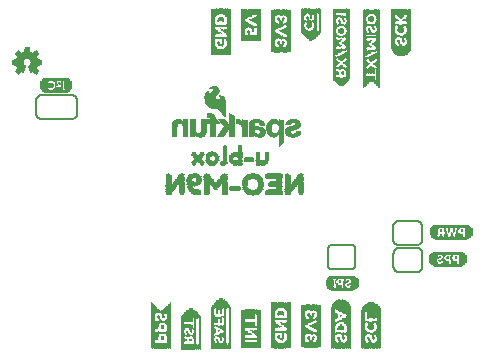
<source format=gbo>
G75*
%MOIN*%
%OFA0B0*%
%FSLAX25Y25*%
%IPPOS*%
%LPD*%
%AMOC8*
5,1,8,0,0,1.08239X$1,22.5*
%
%ADD10C,0.00299*%
%ADD11C,0.00800*%
%ADD12R,0.00157X0.13858*%
%ADD13R,0.00157X0.14331*%
%ADD14R,0.00157X0.14646*%
%ADD15R,0.00157X0.14961*%
%ADD16R,0.00157X0.15118*%
%ADD17R,0.00157X0.15276*%
%ADD18R,0.00157X0.15433*%
%ADD19R,0.00157X0.02835*%
%ADD20R,0.00157X0.11969*%
%ADD21R,0.00157X0.02520*%
%ADD22R,0.00157X0.01102*%
%ADD23R,0.00157X0.03150*%
%ADD24R,0.00157X0.04567*%
%ADD25R,0.00157X0.02205*%
%ADD26R,0.00157X0.00787*%
%ADD27R,0.00157X0.02677*%
%ADD28R,0.00157X0.04409*%
%ADD29R,0.00157X0.02047*%
%ADD30R,0.00157X0.00630*%
%ADD31R,0.00157X0.01890*%
%ADD32R,0.00157X0.01732*%
%ADD33R,0.00157X0.01575*%
%ADD34R,0.00157X0.00945*%
%ADD35R,0.00157X0.02362*%
%ADD36R,0.00157X0.01260*%
%ADD37R,0.00157X0.01417*%
%ADD38R,0.00157X0.04252*%
%ADD39R,0.00157X0.00315*%
%ADD40R,0.00157X0.04094*%
%ADD41R,0.00157X0.00472*%
%ADD42R,0.00157X0.03937*%
%ADD43R,0.00157X0.03307*%
%ADD44R,0.00157X0.03780*%
%ADD45R,0.00157X0.03465*%
%ADD46R,0.00157X0.02992*%
%ADD47R,0.00157X0.12913*%
%ADD48R,0.00157X0.13386*%
%ADD49R,0.00157X0.13701*%
%ADD50R,0.00157X0.14016*%
%ADD51R,0.00157X0.14173*%
%ADD52R,0.00157X0.14488*%
%ADD53R,0.00157X0.07087*%
%ADD54R,0.00157X0.04882*%
%ADD55R,0.00157X0.05039*%
%ADD56R,0.00157X0.05197*%
%ADD57R,0.00157X0.03622*%
%ADD58R,0.00157X0.00157*%
%ADD59R,0.00157X0.11024*%
%ADD60R,0.07205X0.00118*%
%ADD61R,0.07913X0.00118*%
%ADD62R,0.08386X0.00079*%
%ADD63R,0.08858X0.00157*%
%ADD64R,0.09094X0.00118*%
%ADD65R,0.09331X0.00118*%
%ADD66R,0.09567X0.00079*%
%ADD67R,0.03661X0.00118*%
%ADD68R,0.02126X0.00118*%
%ADD69R,0.02953X0.00118*%
%ADD70R,0.02244X0.00157*%
%ADD71R,0.00591X0.00157*%
%ADD72R,0.01535X0.00157*%
%ADD73R,0.02598X0.00157*%
%ADD74R,0.02244X0.00118*%
%ADD75R,0.00472X0.00118*%
%ADD76R,0.01181X0.00118*%
%ADD77R,0.02362X0.00118*%
%ADD78R,0.00945X0.00118*%
%ADD79R,0.00354X0.00118*%
%ADD80R,0.00827X0.00118*%
%ADD81R,0.02480X0.00157*%
%ADD82R,0.00354X0.00157*%
%ADD83R,0.00236X0.00157*%
%ADD84R,0.02480X0.00118*%
%ADD85R,0.02598X0.00118*%
%ADD86R,0.01063X0.00118*%
%ADD87R,0.02835X0.00118*%
%ADD88R,0.00472X0.00157*%
%ADD89R,0.04252X0.00157*%
%ADD90R,0.04370X0.00118*%
%ADD91R,0.00591X0.00118*%
%ADD92R,0.04488X0.00118*%
%ADD93R,0.00709X0.00157*%
%ADD94R,0.04488X0.00157*%
%ADD95R,0.00236X0.00118*%
%ADD96R,0.00118X0.00118*%
%ADD97R,0.00118X0.00157*%
%ADD98R,0.04370X0.00157*%
%ADD99R,0.04252X0.00118*%
%ADD100R,0.02717X0.00118*%
%ADD101R,0.03071X0.00157*%
%ADD102R,0.03425X0.00118*%
%ADD103R,0.09567X0.00118*%
%ADD104R,0.08858X0.00118*%
%ADD105R,0.08386X0.00118*%
%ADD106R,0.00157X0.12756*%
%ADD107R,0.01181X0.00236*%
%ADD108R,0.00945X0.00236*%
%ADD109R,0.01654X0.00236*%
%ADD110R,0.01417X0.00236*%
%ADD111R,0.00472X0.00236*%
%ADD112R,0.02126X0.00236*%
%ADD113R,0.00709X0.00236*%
%ADD114R,0.03543X0.00236*%
%ADD115R,0.02835X0.00236*%
%ADD116R,0.04016X0.00236*%
%ADD117R,0.03307X0.00236*%
%ADD118R,0.03780X0.00236*%
%ADD119R,0.01890X0.00236*%
%ADD120R,0.04252X0.00236*%
%ADD121R,0.04488X0.00236*%
%ADD122R,0.03071X0.00236*%
%ADD123R,0.02598X0.00236*%
%ADD124R,0.02362X0.00236*%
%ADD125R,0.00236X0.00236*%
%ADD126R,0.00157X0.11181*%
%ADD127R,0.00157X0.11496*%
%ADD128R,0.00157X0.11654*%
%ADD129R,0.00157X0.13071*%
%ADD130R,0.00157X0.13228*%
%ADD131R,0.00157X0.11811*%
%ADD132R,0.00157X0.14803*%
%ADD133R,0.00157X0.15906*%
%ADD134R,0.00157X0.16063*%
%ADD135R,0.00157X0.16220*%
%ADD136R,0.00157X0.16378*%
%ADD137R,0.00157X0.09921*%
%ADD138R,0.00157X0.10551*%
%ADD139R,0.00157X0.07874*%
%ADD140R,0.00157X0.08031*%
%ADD141R,0.00157X0.08346*%
%ADD142R,0.00157X0.08504*%
%ADD143R,0.00157X0.09606*%
%ADD144R,0.00157X0.09764*%
%ADD145R,0.00157X0.10079*%
%ADD146R,0.00157X0.08661*%
%ADD147R,0.00157X0.23425*%
%ADD148R,0.00118X0.23543*%
%ADD149R,0.00157X0.23819*%
%ADD150R,0.00118X0.23976*%
%ADD151R,0.00157X0.24094*%
%ADD152R,0.00118X0.24252*%
%ADD153R,0.00157X0.13898*%
%ADD154R,0.00118X0.04961*%
%ADD155R,0.00118X0.02205*%
%ADD156R,0.00118X0.06063*%
%ADD157R,0.00118X0.02756*%
%ADD158R,0.00118X0.03701*%
%ADD159R,0.00157X0.01772*%
%ADD160R,0.00157X0.01929*%
%ADD161R,0.00157X0.00433*%
%ADD162R,0.00157X0.01535*%
%ADD163R,0.00157X0.01811*%
%ADD164R,0.00157X0.00984*%
%ADD165R,0.00157X0.01496*%
%ADD166R,0.00118X0.01929*%
%ADD167R,0.00118X0.00827*%
%ADD168R,0.00118X0.01654*%
%ADD169R,0.00118X0.01772*%
%ADD170R,0.00118X0.00433*%
%ADD171R,0.00118X0.02047*%
%ADD172R,0.00118X0.01102*%
%ADD173R,0.00118X0.01496*%
%ADD174R,0.00118X0.00709*%
%ADD175R,0.00157X0.00551*%
%ADD176R,0.00157X0.01378*%
%ADD177R,0.00157X0.01654*%
%ADD178R,0.00118X0.00394*%
%ADD179R,0.00118X0.01260*%
%ADD180R,0.00118X0.00551*%
%ADD181R,0.00118X0.00984*%
%ADD182R,0.00157X0.02323*%
%ADD183R,0.00157X0.00669*%
%ADD184R,0.00157X0.00709*%
%ADD185R,0.00118X0.02480*%
%ADD186R,0.00118X0.00669*%
%ADD187R,0.00157X0.02598*%
%ADD188R,0.00157X0.00394*%
%ADD189R,0.00157X0.00827*%
%ADD190R,0.00118X0.02598*%
%ADD191R,0.00118X0.01811*%
%ADD192R,0.00118X0.02087*%
%ADD193R,0.00157X0.02756*%
%ADD194R,0.00118X0.02874*%
%ADD195R,0.00157X0.02874*%
%ADD196R,0.00118X0.00276*%
%ADD197R,0.00157X0.00118*%
%ADD198R,0.00157X0.00276*%
%ADD199R,0.00118X0.01378*%
%ADD200R,0.00118X0.01535*%
%ADD201R,0.00118X0.01220*%
%ADD202R,0.00118X0.00945*%
%ADD203R,0.00157X0.01220*%
%ADD204R,0.00157X0.08268*%
%ADD205R,0.00118X0.08425*%
%ADD206R,0.00118X0.15433*%
%ADD207R,0.00157X0.26299*%
%ADD208R,0.00118X0.26181*%
%ADD209R,0.00157X0.26024*%
%ADD210R,0.00118X0.25906*%
%ADD211R,0.00157X0.25748*%
%ADD212R,0.00118X0.25630*%
%ADD213R,0.00157X0.14055*%
%ADD214R,0.00118X0.05787*%
%ADD215R,0.00118X0.06772*%
%ADD216R,0.00118X0.03031*%
%ADD217R,0.00157X0.02480*%
%ADD218R,0.00118X0.02323*%
%ADD219R,0.00118X0.02362*%
%ADD220R,0.00118X0.02638*%
%ADD221R,0.00118X0.02913*%
%ADD222R,0.00157X0.03031*%
%ADD223R,0.00118X0.03307*%
%ADD224R,0.00157X0.09370*%
%ADD225R,0.00118X0.09803*%
%ADD226R,0.00118X0.15551*%
%ADD227C,0.00300*%
%ADD228R,0.00551X0.00276*%
%ADD229R,0.00276X0.00276*%
%ADD230R,0.04409X0.00276*%
%ADD231R,0.01654X0.00276*%
%ADD232R,0.01654X0.00315*%
%ADD233R,0.05512X0.00315*%
%ADD234R,0.03031X0.00315*%
%ADD235R,0.01929X0.00276*%
%ADD236R,0.05787X0.00276*%
%ADD237R,0.04134X0.00276*%
%ADD238R,0.03583X0.00276*%
%ADD239R,0.02205X0.00236*%
%ADD240R,0.01929X0.00236*%
%ADD241R,0.05787X0.00236*%
%ADD242R,0.04685X0.00236*%
%ADD243R,0.04134X0.00236*%
%ADD244R,0.02205X0.00315*%
%ADD245R,0.01929X0.00315*%
%ADD246R,0.05787X0.00315*%
%ADD247R,0.05236X0.00315*%
%ADD248R,0.02480X0.00315*%
%ADD249R,0.04409X0.00315*%
%ADD250R,0.02480X0.00276*%
%ADD251R,0.02756X0.00276*%
%ADD252R,0.04685X0.00276*%
%ADD253R,0.05512X0.00276*%
%ADD254R,0.06339X0.00276*%
%ADD255R,0.02205X0.00276*%
%ADD256R,0.03031X0.00236*%
%ADD257R,0.02480X0.00236*%
%ADD258R,0.03307X0.00315*%
%ADD259R,0.03307X0.00276*%
%ADD260R,0.03858X0.00276*%
%ADD261R,0.04961X0.00276*%
%ADD262R,0.07992X0.00276*%
%ADD263R,0.03858X0.00315*%
%ADD264R,0.04685X0.00315*%
%ADD265R,0.03583X0.00315*%
%ADD266R,0.03031X0.00276*%
%ADD267R,0.01378X0.00276*%
%ADD268R,0.06063X0.00276*%
%ADD269R,0.05236X0.00236*%
%ADD270R,0.03583X0.00236*%
%ADD271R,0.01378X0.00236*%
%ADD272R,0.00827X0.00276*%
%ADD273R,0.07441X0.00118*%
%ADD274R,0.08150X0.00118*%
%ADD275R,0.08622X0.00079*%
%ADD276R,0.09094X0.00157*%
%ADD277R,0.09803X0.00079*%
%ADD278R,0.06614X0.00118*%
%ADD279R,0.00827X0.00157*%
%ADD280R,0.01063X0.00157*%
%ADD281R,0.00709X0.00118*%
%ADD282R,0.02362X0.00157*%
%ADD283R,0.01772X0.00118*%
%ADD284R,0.01772X0.00157*%
%ADD285R,0.00945X0.00157*%
%ADD286R,0.01535X0.00118*%
%ADD287R,0.02717X0.00157*%
%ADD288R,0.03189X0.00118*%
%ADD289R,0.03898X0.00157*%
%ADD290R,0.01890X0.00118*%
%ADD291R,0.01890X0.00157*%
%ADD292R,0.02008X0.00157*%
%ADD293R,0.09803X0.00118*%
%ADD294R,0.08622X0.00118*%
%ADD295R,0.10276X0.00079*%
%ADD296R,0.10748X0.00157*%
%ADD297R,0.10984X0.00118*%
%ADD298R,0.11220X0.00118*%
%ADD299R,0.11457X0.00079*%
%ADD300R,0.01417X0.00157*%
%ADD301R,0.04016X0.00118*%
%ADD302R,0.01654X0.00118*%
%ADD303R,0.02126X0.00157*%
%ADD304R,0.01299X0.00118*%
%ADD305R,0.02008X0.00118*%
%ADD306R,0.11457X0.00118*%
%ADD307R,0.10748X0.00118*%
%ADD308R,0.10276X0.00118*%
%ADD309R,0.11929X0.00079*%
%ADD310R,0.12402X0.00157*%
%ADD311R,0.12638X0.00118*%
%ADD312R,0.12874X0.00118*%
%ADD313R,0.13110X0.00079*%
%ADD314R,0.04961X0.00118*%
%ADD315R,0.03071X0.00118*%
%ADD316R,0.05079X0.00118*%
%ADD317R,0.01181X0.00157*%
%ADD318R,0.02835X0.00157*%
%ADD319R,0.01417X0.00118*%
%ADD320R,0.13110X0.00118*%
%ADD321R,0.12402X0.00118*%
%ADD322R,0.11929X0.00118*%
D10*
X0160355Y0174992D02*
X0159449Y0175898D01*
X0160276Y0177000D01*
X0160236Y0177079D01*
X0160197Y0177118D01*
X0160158Y0177197D01*
X0160158Y0177236D01*
X0160118Y0177315D01*
X0160079Y0177354D01*
X0160040Y0177433D01*
X0160040Y0177472D01*
X0159961Y0177630D01*
X0159961Y0177669D01*
X0159922Y0177748D01*
X0159922Y0177787D01*
X0159882Y0177866D01*
X0159882Y0177945D01*
X0159843Y0177984D01*
X0158465Y0178220D01*
X0158465Y0179480D01*
X0159882Y0179716D01*
X0159882Y0179874D01*
X0159922Y0179913D01*
X0159922Y0179992D01*
X0159961Y0180031D01*
X0160000Y0180110D01*
X0160000Y0180189D01*
X0160040Y0180228D01*
X0160040Y0180307D01*
X0160079Y0180346D01*
X0160118Y0180425D01*
X0160158Y0180464D01*
X0160158Y0180543D01*
X0160197Y0180583D01*
X0160236Y0180661D01*
X0160276Y0180701D01*
X0159449Y0181842D01*
X0160355Y0182709D01*
X0161496Y0181921D01*
X0161536Y0181961D01*
X0161614Y0182000D01*
X0161654Y0182000D01*
X0161733Y0182039D01*
X0161772Y0182079D01*
X0161851Y0182118D01*
X0161890Y0182118D01*
X0161969Y0182157D01*
X0162008Y0182197D01*
X0162087Y0182197D01*
X0162166Y0182236D01*
X0162205Y0182236D01*
X0162284Y0182275D01*
X0162323Y0182275D01*
X0162402Y0182315D01*
X0162481Y0182315D01*
X0162717Y0183693D01*
X0163977Y0183693D01*
X0164213Y0182315D01*
X0164252Y0182315D01*
X0164331Y0182275D01*
X0164410Y0182275D01*
X0164449Y0182236D01*
X0164528Y0182236D01*
X0164607Y0182197D01*
X0164646Y0182197D01*
X0164725Y0182157D01*
X0164764Y0182118D01*
X0164843Y0182118D01*
X0164882Y0182079D01*
X0164961Y0182039D01*
X0165000Y0182000D01*
X0165079Y0182000D01*
X0165118Y0181961D01*
X0165197Y0181921D01*
X0166339Y0182709D01*
X0167205Y0181842D01*
X0166418Y0180701D01*
X0166457Y0180661D01*
X0166457Y0180583D01*
X0166496Y0180543D01*
X0166536Y0180464D01*
X0166575Y0180425D01*
X0166575Y0180346D01*
X0166614Y0180307D01*
X0166654Y0180228D01*
X0166654Y0180189D01*
X0166733Y0180031D01*
X0166733Y0179992D01*
X0166772Y0179913D01*
X0166772Y0179874D01*
X0166811Y0179795D01*
X0166811Y0179716D01*
X0168189Y0179480D01*
X0168189Y0178220D01*
X0166811Y0177984D01*
X0166811Y0177945D01*
X0166772Y0177866D01*
X0166772Y0177787D01*
X0166733Y0177748D01*
X0166733Y0177669D01*
X0166693Y0177630D01*
X0166654Y0177551D01*
X0166654Y0177472D01*
X0166614Y0177433D01*
X0166614Y0177354D01*
X0166575Y0177315D01*
X0166536Y0177236D01*
X0166496Y0177197D01*
X0166457Y0177118D01*
X0166457Y0177079D01*
X0166418Y0177000D01*
X0167205Y0175898D01*
X0166339Y0174992D01*
X0165197Y0175779D01*
X0165158Y0175779D01*
X0165118Y0175740D01*
X0165079Y0175740D01*
X0165040Y0175701D01*
X0165000Y0175701D01*
X0164961Y0175661D01*
X0164922Y0175661D01*
X0164882Y0175622D01*
X0164843Y0175622D01*
X0164803Y0175583D01*
X0164764Y0175583D01*
X0164725Y0175543D01*
X0164646Y0175543D01*
X0164607Y0175504D01*
X0163819Y0177630D01*
X0163937Y0177669D01*
X0164095Y0177748D01*
X0164173Y0177827D01*
X0164252Y0177866D01*
X0164331Y0177945D01*
X0164370Y0178023D01*
X0164449Y0178102D01*
X0164528Y0178260D01*
X0164567Y0178378D01*
X0164646Y0178535D01*
X0164646Y0178653D01*
X0164685Y0178772D01*
X0164685Y0179008D01*
X0164528Y0179480D01*
X0164370Y0179716D01*
X0164292Y0179795D01*
X0164173Y0179874D01*
X0164095Y0179953D01*
X0163977Y0180031D01*
X0163859Y0180071D01*
X0163740Y0180149D01*
X0163622Y0180149D01*
X0163465Y0180189D01*
X0163189Y0180189D01*
X0163071Y0180149D01*
X0162953Y0180149D01*
X0162835Y0180071D01*
X0162717Y0180031D01*
X0162481Y0179874D01*
X0162323Y0179716D01*
X0162166Y0179480D01*
X0162126Y0179362D01*
X0162048Y0179244D01*
X0162048Y0179126D01*
X0162008Y0179008D01*
X0162008Y0178653D01*
X0162048Y0178535D01*
X0162048Y0178457D01*
X0162087Y0178378D01*
X0162126Y0178260D01*
X0162166Y0178181D01*
X0162244Y0178102D01*
X0162284Y0178023D01*
X0162441Y0177866D01*
X0162520Y0177827D01*
X0162599Y0177748D01*
X0162835Y0177630D01*
X0162048Y0175504D01*
X0162048Y0175543D01*
X0161969Y0175543D01*
X0161929Y0175583D01*
X0161890Y0175583D01*
X0161851Y0175622D01*
X0161811Y0175622D01*
X0161772Y0175661D01*
X0161693Y0175661D01*
X0161654Y0175701D01*
X0161614Y0175701D01*
X0161536Y0175779D01*
X0161496Y0175779D01*
X0160355Y0174992D01*
X0160311Y0175035D02*
X0160417Y0175035D01*
X0160014Y0175333D02*
X0160849Y0175333D01*
X0161281Y0175631D02*
X0159716Y0175631D01*
X0159472Y0175928D02*
X0162205Y0175928D01*
X0162095Y0175631D02*
X0161803Y0175631D01*
X0162315Y0176226D02*
X0159696Y0176226D01*
X0159919Y0176524D02*
X0162425Y0176524D01*
X0162536Y0176822D02*
X0160142Y0176822D01*
X0160196Y0177119D02*
X0162646Y0177119D01*
X0162756Y0177417D02*
X0160048Y0177417D01*
X0159938Y0177715D02*
X0162665Y0177715D01*
X0162295Y0178012D02*
X0159677Y0178012D01*
X0158465Y0178310D02*
X0162109Y0178310D01*
X0162023Y0178608D02*
X0158465Y0178608D01*
X0158465Y0178906D02*
X0162008Y0178906D01*
X0162048Y0179203D02*
X0158465Y0179203D01*
X0158590Y0179501D02*
X0162180Y0179501D01*
X0162405Y0179799D02*
X0159882Y0179799D01*
X0159993Y0180097D02*
X0162874Y0180097D01*
X0163820Y0180097D02*
X0166700Y0180097D01*
X0166809Y0179799D02*
X0164286Y0179799D01*
X0164514Y0179501D02*
X0168067Y0179501D01*
X0168189Y0179203D02*
X0164620Y0179203D01*
X0164685Y0178906D02*
X0168189Y0178906D01*
X0168189Y0178608D02*
X0164646Y0178608D01*
X0164545Y0178310D02*
X0168189Y0178310D01*
X0166977Y0178012D02*
X0164365Y0178012D01*
X0164028Y0177715D02*
X0166733Y0177715D01*
X0166614Y0177417D02*
X0163898Y0177417D01*
X0164008Y0177119D02*
X0166458Y0177119D01*
X0166545Y0176822D02*
X0164119Y0176822D01*
X0164229Y0176524D02*
X0166758Y0176524D01*
X0166970Y0176226D02*
X0164339Y0176226D01*
X0164449Y0175928D02*
X0167183Y0175928D01*
X0166950Y0175631D02*
X0165413Y0175631D01*
X0164891Y0175631D02*
X0164560Y0175631D01*
X0165844Y0175333D02*
X0166665Y0175333D01*
X0166380Y0175035D02*
X0166276Y0175035D01*
X0166575Y0180394D02*
X0160103Y0180394D01*
X0160267Y0180692D02*
X0166426Y0180692D01*
X0166617Y0180990D02*
X0160067Y0180990D01*
X0159851Y0181287D02*
X0166822Y0181287D01*
X0167028Y0181585D02*
X0159635Y0181585D01*
X0159491Y0181883D02*
X0167164Y0181883D01*
X0166867Y0182181D02*
X0165573Y0182181D01*
X0166005Y0182478D02*
X0166569Y0182478D01*
X0164678Y0182181D02*
X0161992Y0182181D01*
X0162509Y0182478D02*
X0164185Y0182478D01*
X0164134Y0182776D02*
X0162560Y0182776D01*
X0162611Y0183074D02*
X0164083Y0183074D01*
X0164032Y0183372D02*
X0162662Y0183372D01*
X0162713Y0183669D02*
X0163981Y0183669D01*
X0161120Y0182181D02*
X0159803Y0182181D01*
X0160114Y0182478D02*
X0160688Y0182478D01*
D11*
X0168333Y0167900D02*
X0178333Y0167900D01*
X0178416Y0167898D01*
X0178499Y0167892D01*
X0178582Y0167883D01*
X0178664Y0167869D01*
X0178745Y0167852D01*
X0178826Y0167831D01*
X0178905Y0167807D01*
X0178983Y0167778D01*
X0179060Y0167747D01*
X0179135Y0167711D01*
X0179209Y0167673D01*
X0179281Y0167630D01*
X0179350Y0167585D01*
X0179418Y0167536D01*
X0179483Y0167485D01*
X0179546Y0167430D01*
X0179606Y0167373D01*
X0179663Y0167313D01*
X0179718Y0167250D01*
X0179769Y0167185D01*
X0179818Y0167117D01*
X0179863Y0167048D01*
X0179906Y0166976D01*
X0179944Y0166902D01*
X0179980Y0166827D01*
X0180011Y0166750D01*
X0180040Y0166672D01*
X0180064Y0166593D01*
X0180085Y0166512D01*
X0180102Y0166431D01*
X0180116Y0166349D01*
X0180125Y0166266D01*
X0180131Y0166183D01*
X0180133Y0166100D01*
X0180133Y0161700D01*
X0180131Y0161617D01*
X0180125Y0161534D01*
X0180116Y0161451D01*
X0180102Y0161369D01*
X0180085Y0161288D01*
X0180064Y0161207D01*
X0180040Y0161128D01*
X0180011Y0161050D01*
X0179980Y0160973D01*
X0179944Y0160898D01*
X0179906Y0160824D01*
X0179863Y0160752D01*
X0179818Y0160683D01*
X0179769Y0160615D01*
X0179718Y0160550D01*
X0179663Y0160487D01*
X0179606Y0160427D01*
X0179546Y0160370D01*
X0179483Y0160315D01*
X0179418Y0160264D01*
X0179350Y0160215D01*
X0179281Y0160170D01*
X0179209Y0160127D01*
X0179135Y0160089D01*
X0179060Y0160053D01*
X0178983Y0160022D01*
X0178905Y0159993D01*
X0178826Y0159969D01*
X0178745Y0159948D01*
X0178664Y0159931D01*
X0178582Y0159917D01*
X0178499Y0159908D01*
X0178416Y0159902D01*
X0178333Y0159900D01*
X0168333Y0159900D01*
X0168250Y0159902D01*
X0168167Y0159908D01*
X0168084Y0159917D01*
X0168002Y0159931D01*
X0167921Y0159948D01*
X0167840Y0159969D01*
X0167761Y0159993D01*
X0167683Y0160022D01*
X0167606Y0160053D01*
X0167531Y0160089D01*
X0167457Y0160127D01*
X0167385Y0160170D01*
X0167316Y0160215D01*
X0167248Y0160264D01*
X0167183Y0160315D01*
X0167120Y0160370D01*
X0167060Y0160427D01*
X0167003Y0160487D01*
X0166948Y0160550D01*
X0166897Y0160615D01*
X0166848Y0160683D01*
X0166803Y0160752D01*
X0166760Y0160824D01*
X0166722Y0160898D01*
X0166686Y0160973D01*
X0166655Y0161050D01*
X0166626Y0161128D01*
X0166602Y0161207D01*
X0166581Y0161288D01*
X0166564Y0161369D01*
X0166550Y0161451D01*
X0166541Y0161534D01*
X0166535Y0161617D01*
X0166533Y0161700D01*
X0166533Y0166100D01*
X0166535Y0166183D01*
X0166541Y0166266D01*
X0166550Y0166349D01*
X0166564Y0166431D01*
X0166581Y0166512D01*
X0166602Y0166593D01*
X0166626Y0166672D01*
X0166655Y0166750D01*
X0166686Y0166827D01*
X0166722Y0166902D01*
X0166760Y0166976D01*
X0166803Y0167048D01*
X0166848Y0167117D01*
X0166897Y0167185D01*
X0166948Y0167250D01*
X0167003Y0167313D01*
X0167060Y0167373D01*
X0167120Y0167430D01*
X0167183Y0167485D01*
X0167248Y0167536D01*
X0167316Y0167585D01*
X0167385Y0167630D01*
X0167457Y0167673D01*
X0167531Y0167711D01*
X0167606Y0167747D01*
X0167683Y0167778D01*
X0167761Y0167807D01*
X0167840Y0167831D01*
X0167921Y0167852D01*
X0168002Y0167869D01*
X0168084Y0167883D01*
X0168167Y0167892D01*
X0168250Y0167898D01*
X0168333Y0167900D01*
X0263933Y0116900D02*
X0263933Y0110900D01*
X0263935Y0110840D01*
X0263940Y0110779D01*
X0263949Y0110720D01*
X0263962Y0110661D01*
X0263978Y0110602D01*
X0263998Y0110545D01*
X0264021Y0110490D01*
X0264048Y0110435D01*
X0264077Y0110383D01*
X0264110Y0110332D01*
X0264146Y0110283D01*
X0264184Y0110237D01*
X0264226Y0110193D01*
X0264270Y0110151D01*
X0264316Y0110113D01*
X0264365Y0110077D01*
X0264416Y0110044D01*
X0264468Y0110015D01*
X0264523Y0109988D01*
X0264578Y0109965D01*
X0264635Y0109945D01*
X0264694Y0109929D01*
X0264753Y0109916D01*
X0264812Y0109907D01*
X0264873Y0109902D01*
X0264933Y0109900D01*
X0271733Y0109900D01*
X0271793Y0109902D01*
X0271854Y0109907D01*
X0271913Y0109916D01*
X0271972Y0109929D01*
X0272031Y0109945D01*
X0272088Y0109965D01*
X0272143Y0109988D01*
X0272198Y0110015D01*
X0272250Y0110044D01*
X0272301Y0110077D01*
X0272350Y0110113D01*
X0272396Y0110151D01*
X0272440Y0110193D01*
X0272482Y0110237D01*
X0272520Y0110283D01*
X0272556Y0110332D01*
X0272589Y0110383D01*
X0272618Y0110435D01*
X0272645Y0110490D01*
X0272668Y0110545D01*
X0272688Y0110602D01*
X0272704Y0110661D01*
X0272717Y0110720D01*
X0272726Y0110779D01*
X0272731Y0110840D01*
X0272733Y0110900D01*
X0272733Y0116900D01*
X0272731Y0116960D01*
X0272726Y0117021D01*
X0272717Y0117080D01*
X0272704Y0117139D01*
X0272688Y0117198D01*
X0272668Y0117255D01*
X0272645Y0117310D01*
X0272618Y0117365D01*
X0272589Y0117417D01*
X0272556Y0117468D01*
X0272520Y0117517D01*
X0272482Y0117563D01*
X0272440Y0117607D01*
X0272396Y0117649D01*
X0272350Y0117687D01*
X0272301Y0117723D01*
X0272250Y0117756D01*
X0272198Y0117785D01*
X0272143Y0117812D01*
X0272088Y0117835D01*
X0272031Y0117855D01*
X0271972Y0117871D01*
X0271913Y0117884D01*
X0271854Y0117893D01*
X0271793Y0117898D01*
X0271733Y0117900D01*
X0264933Y0117900D01*
X0264873Y0117898D01*
X0264812Y0117893D01*
X0264753Y0117884D01*
X0264694Y0117871D01*
X0264635Y0117855D01*
X0264578Y0117835D01*
X0264523Y0117812D01*
X0264468Y0117785D01*
X0264416Y0117756D01*
X0264365Y0117723D01*
X0264316Y0117687D01*
X0264270Y0117649D01*
X0264226Y0117607D01*
X0264184Y0117563D01*
X0264146Y0117517D01*
X0264110Y0117468D01*
X0264077Y0117417D01*
X0264048Y0117365D01*
X0264021Y0117310D01*
X0263998Y0117255D01*
X0263978Y0117198D01*
X0263962Y0117139D01*
X0263949Y0117080D01*
X0263940Y0117021D01*
X0263935Y0116960D01*
X0263933Y0116900D01*
X0285633Y0115100D02*
X0285633Y0110700D01*
X0285635Y0110617D01*
X0285641Y0110534D01*
X0285650Y0110451D01*
X0285664Y0110369D01*
X0285681Y0110288D01*
X0285702Y0110207D01*
X0285726Y0110128D01*
X0285755Y0110050D01*
X0285786Y0109973D01*
X0285822Y0109898D01*
X0285860Y0109824D01*
X0285903Y0109752D01*
X0285948Y0109683D01*
X0285997Y0109615D01*
X0286048Y0109550D01*
X0286103Y0109487D01*
X0286160Y0109427D01*
X0286220Y0109370D01*
X0286283Y0109315D01*
X0286348Y0109264D01*
X0286416Y0109215D01*
X0286485Y0109170D01*
X0286557Y0109127D01*
X0286631Y0109089D01*
X0286706Y0109053D01*
X0286783Y0109022D01*
X0286861Y0108993D01*
X0286940Y0108969D01*
X0287021Y0108948D01*
X0287102Y0108931D01*
X0287184Y0108917D01*
X0287267Y0108908D01*
X0287350Y0108902D01*
X0287433Y0108900D01*
X0293433Y0108900D01*
X0293516Y0108902D01*
X0293599Y0108908D01*
X0293682Y0108917D01*
X0293764Y0108931D01*
X0293845Y0108948D01*
X0293926Y0108969D01*
X0294005Y0108993D01*
X0294083Y0109022D01*
X0294160Y0109053D01*
X0294235Y0109089D01*
X0294309Y0109127D01*
X0294381Y0109170D01*
X0294450Y0109215D01*
X0294518Y0109264D01*
X0294583Y0109315D01*
X0294646Y0109370D01*
X0294706Y0109427D01*
X0294763Y0109487D01*
X0294818Y0109550D01*
X0294869Y0109615D01*
X0294918Y0109683D01*
X0294963Y0109752D01*
X0295006Y0109824D01*
X0295044Y0109898D01*
X0295080Y0109973D01*
X0295111Y0110050D01*
X0295140Y0110128D01*
X0295164Y0110207D01*
X0295185Y0110288D01*
X0295202Y0110369D01*
X0295216Y0110451D01*
X0295225Y0110534D01*
X0295231Y0110617D01*
X0295233Y0110700D01*
X0295233Y0115100D01*
X0295231Y0115183D01*
X0295225Y0115266D01*
X0295216Y0115349D01*
X0295202Y0115431D01*
X0295185Y0115512D01*
X0295164Y0115593D01*
X0295140Y0115672D01*
X0295111Y0115750D01*
X0295080Y0115827D01*
X0295044Y0115902D01*
X0295006Y0115976D01*
X0294963Y0116048D01*
X0294918Y0116117D01*
X0294869Y0116185D01*
X0294818Y0116250D01*
X0294763Y0116313D01*
X0294706Y0116373D01*
X0294646Y0116430D01*
X0294583Y0116485D01*
X0294518Y0116536D01*
X0294450Y0116585D01*
X0294381Y0116630D01*
X0294309Y0116673D01*
X0294235Y0116711D01*
X0294160Y0116747D01*
X0294083Y0116778D01*
X0294005Y0116807D01*
X0293926Y0116831D01*
X0293845Y0116852D01*
X0293764Y0116869D01*
X0293682Y0116883D01*
X0293599Y0116892D01*
X0293516Y0116898D01*
X0293433Y0116900D01*
X0287433Y0116900D01*
X0287333Y0117900D02*
X0293333Y0117900D01*
X0293416Y0117902D01*
X0293499Y0117908D01*
X0293582Y0117917D01*
X0293664Y0117931D01*
X0293745Y0117948D01*
X0293826Y0117969D01*
X0293905Y0117993D01*
X0293983Y0118022D01*
X0294060Y0118053D01*
X0294135Y0118089D01*
X0294209Y0118127D01*
X0294281Y0118170D01*
X0294350Y0118215D01*
X0294418Y0118264D01*
X0294483Y0118315D01*
X0294546Y0118370D01*
X0294606Y0118427D01*
X0294663Y0118487D01*
X0294718Y0118550D01*
X0294769Y0118615D01*
X0294818Y0118683D01*
X0294863Y0118752D01*
X0294906Y0118824D01*
X0294944Y0118898D01*
X0294980Y0118973D01*
X0295011Y0119050D01*
X0295040Y0119128D01*
X0295064Y0119207D01*
X0295085Y0119288D01*
X0295102Y0119369D01*
X0295116Y0119451D01*
X0295125Y0119534D01*
X0295131Y0119617D01*
X0295133Y0119700D01*
X0295133Y0124100D01*
X0295131Y0124183D01*
X0295125Y0124266D01*
X0295116Y0124349D01*
X0295102Y0124431D01*
X0295085Y0124512D01*
X0295064Y0124593D01*
X0295040Y0124672D01*
X0295011Y0124750D01*
X0294980Y0124827D01*
X0294944Y0124902D01*
X0294906Y0124976D01*
X0294863Y0125048D01*
X0294818Y0125117D01*
X0294769Y0125185D01*
X0294718Y0125250D01*
X0294663Y0125313D01*
X0294606Y0125373D01*
X0294546Y0125430D01*
X0294483Y0125485D01*
X0294418Y0125536D01*
X0294350Y0125585D01*
X0294281Y0125630D01*
X0294209Y0125673D01*
X0294135Y0125711D01*
X0294060Y0125747D01*
X0293983Y0125778D01*
X0293905Y0125807D01*
X0293826Y0125831D01*
X0293745Y0125852D01*
X0293664Y0125869D01*
X0293582Y0125883D01*
X0293499Y0125892D01*
X0293416Y0125898D01*
X0293333Y0125900D01*
X0287333Y0125900D01*
X0287250Y0125898D01*
X0287167Y0125892D01*
X0287084Y0125883D01*
X0287002Y0125869D01*
X0286921Y0125852D01*
X0286840Y0125831D01*
X0286761Y0125807D01*
X0286683Y0125778D01*
X0286606Y0125747D01*
X0286531Y0125711D01*
X0286457Y0125673D01*
X0286385Y0125630D01*
X0286316Y0125585D01*
X0286248Y0125536D01*
X0286183Y0125485D01*
X0286120Y0125430D01*
X0286060Y0125373D01*
X0286003Y0125313D01*
X0285948Y0125250D01*
X0285897Y0125185D01*
X0285848Y0125117D01*
X0285803Y0125048D01*
X0285760Y0124976D01*
X0285722Y0124902D01*
X0285686Y0124827D01*
X0285655Y0124750D01*
X0285626Y0124672D01*
X0285602Y0124593D01*
X0285581Y0124512D01*
X0285564Y0124431D01*
X0285550Y0124349D01*
X0285541Y0124266D01*
X0285535Y0124183D01*
X0285533Y0124100D01*
X0285533Y0119700D01*
X0285535Y0119617D01*
X0285541Y0119534D01*
X0285550Y0119451D01*
X0285564Y0119369D01*
X0285581Y0119288D01*
X0285602Y0119207D01*
X0285626Y0119128D01*
X0285655Y0119050D01*
X0285686Y0118973D01*
X0285722Y0118898D01*
X0285760Y0118824D01*
X0285803Y0118752D01*
X0285848Y0118683D01*
X0285897Y0118615D01*
X0285948Y0118550D01*
X0286003Y0118487D01*
X0286060Y0118427D01*
X0286120Y0118370D01*
X0286183Y0118315D01*
X0286248Y0118264D01*
X0286316Y0118215D01*
X0286385Y0118170D01*
X0286457Y0118127D01*
X0286531Y0118089D01*
X0286606Y0118053D01*
X0286683Y0118022D01*
X0286761Y0117993D01*
X0286840Y0117969D01*
X0286921Y0117948D01*
X0287002Y0117931D01*
X0287084Y0117917D01*
X0287167Y0117908D01*
X0287250Y0117902D01*
X0287333Y0117900D01*
X0287433Y0116900D02*
X0287350Y0116898D01*
X0287267Y0116892D01*
X0287184Y0116883D01*
X0287102Y0116869D01*
X0287021Y0116852D01*
X0286940Y0116831D01*
X0286861Y0116807D01*
X0286783Y0116778D01*
X0286706Y0116747D01*
X0286631Y0116711D01*
X0286557Y0116673D01*
X0286485Y0116630D01*
X0286416Y0116585D01*
X0286348Y0116536D01*
X0286283Y0116485D01*
X0286220Y0116430D01*
X0286160Y0116373D01*
X0286103Y0116313D01*
X0286048Y0116250D01*
X0285997Y0116185D01*
X0285948Y0116117D01*
X0285903Y0116048D01*
X0285860Y0115976D01*
X0285822Y0115902D01*
X0285786Y0115827D01*
X0285755Y0115750D01*
X0285726Y0115672D01*
X0285702Y0115593D01*
X0285681Y0115512D01*
X0285664Y0115431D01*
X0285650Y0115349D01*
X0285641Y0115266D01*
X0285635Y0115183D01*
X0285633Y0115100D01*
D12*
X0271483Y0090319D03*
X0265184Y0090319D03*
D13*
X0265341Y0090555D03*
X0261483Y0090713D03*
X0261325Y0090713D03*
X0261168Y0090713D03*
X0261010Y0090713D03*
X0260853Y0090713D03*
X0260696Y0090713D03*
X0260538Y0090713D03*
X0256129Y0090713D03*
X0255971Y0090713D03*
X0255814Y0090713D03*
X0255656Y0090713D03*
X0255499Y0090713D03*
X0255341Y0090713D03*
X0255184Y0090713D03*
X0271325Y0090555D03*
X0275971Y0090555D03*
X0280696Y0090555D03*
X0231325Y0090343D03*
X0225341Y0090343D03*
X0210538Y0090555D03*
X0206129Y0090555D03*
X0245184Y0189113D03*
X0245341Y0189113D03*
X0245499Y0189113D03*
X0245656Y0189113D03*
X0245814Y0189113D03*
X0245971Y0189113D03*
X0246129Y0189113D03*
X0250538Y0189113D03*
X0250696Y0189113D03*
X0250853Y0189113D03*
X0251010Y0189113D03*
X0251168Y0189113D03*
X0251325Y0189113D03*
X0251483Y0189113D03*
X0285656Y0189240D03*
X0291010Y0189240D03*
D14*
X0290696Y0189083D03*
X0285971Y0189083D03*
X0271168Y0090713D03*
X0265499Y0090713D03*
X0231168Y0090500D03*
X0225499Y0090500D03*
X0210853Y0090713D03*
X0205814Y0090713D03*
D15*
X0205499Y0090870D03*
X0211168Y0090870D03*
X0225814Y0090657D03*
X0265656Y0090870D03*
X0271010Y0090870D03*
D16*
X0270853Y0090949D03*
X0265814Y0090949D03*
X0211325Y0090949D03*
X0205341Y0090949D03*
D17*
X0205184Y0091028D03*
X0211483Y0091028D03*
X0245184Y0091028D03*
X0245341Y0091028D03*
X0245499Y0091028D03*
X0245656Y0091028D03*
X0245814Y0091028D03*
X0245971Y0091028D03*
X0246129Y0091028D03*
X0250538Y0091028D03*
X0250696Y0091028D03*
X0250853Y0091028D03*
X0251010Y0091028D03*
X0251168Y0091028D03*
X0251325Y0091028D03*
X0251483Y0091028D03*
X0265971Y0091028D03*
X0270696Y0091028D03*
X0231483Y0188928D03*
X0231325Y0188928D03*
X0231168Y0188928D03*
X0231010Y0188928D03*
X0230853Y0188928D03*
X0230696Y0188928D03*
X0230538Y0188928D03*
X0226129Y0188928D03*
X0225971Y0188928D03*
X0225814Y0188928D03*
X0225656Y0188928D03*
X0225499Y0188928D03*
X0225341Y0188928D03*
X0225184Y0188928D03*
D18*
X0266504Y0188865D03*
X0276504Y0188616D03*
X0270538Y0091106D03*
X0266129Y0091106D03*
D19*
X0268018Y0084807D03*
X0270381Y0084807D03*
X0277703Y0090949D03*
X0277861Y0090949D03*
X0278018Y0090949D03*
X0278176Y0090949D03*
X0278333Y0090949D03*
X0278491Y0090949D03*
X0278648Y0090949D03*
X0278806Y0090949D03*
X0276286Y0096618D03*
X0276444Y0096776D03*
X0276601Y0096776D03*
X0266601Y0097720D03*
X0266444Y0097720D03*
X0260381Y0096461D03*
X0246444Y0097248D03*
X0249121Y0087799D03*
X0246444Y0084807D03*
X0258018Y0084965D03*
X0258176Y0084965D03*
X0258333Y0084965D03*
X0258491Y0084965D03*
X0258648Y0084965D03*
X0258806Y0084965D03*
X0260381Y0084965D03*
X0280381Y0084807D03*
X0218333Y0089949D03*
X0215971Y0093571D03*
X0207703Y0092839D03*
X0206601Y0091264D03*
X0226444Y0182707D03*
X0229121Y0185699D03*
X0236286Y0190987D03*
X0240381Y0192719D03*
X0237546Y0195081D03*
X0237388Y0195081D03*
X0226444Y0195148D03*
X0248018Y0183365D03*
X0248176Y0183365D03*
X0248333Y0183365D03*
X0248491Y0183365D03*
X0248648Y0183365D03*
X0248806Y0183365D03*
X0250381Y0183365D03*
X0257331Y0187892D03*
X0257488Y0187735D03*
X0257646Y0187735D03*
X0257803Y0191357D03*
X0250381Y0194861D03*
X0287861Y0194988D03*
X0288648Y0194988D03*
X0288648Y0189949D03*
X0288491Y0189949D03*
X0288333Y0189949D03*
X0288176Y0189949D03*
X0288018Y0189949D03*
X0287861Y0189949D03*
X0287703Y0189949D03*
X0288806Y0189949D03*
D20*
X0270381Y0092996D03*
D21*
X0276286Y0088587D03*
X0276286Y0084650D03*
X0270223Y0084650D03*
X0256286Y0084807D03*
X0249908Y0084650D03*
X0246601Y0084650D03*
X0256444Y0089059D03*
X0256444Y0092366D03*
X0256286Y0096618D03*
X0249908Y0097406D03*
X0246601Y0097406D03*
X0227388Y0084437D03*
X0207231Y0091106D03*
X0207073Y0091106D03*
X0206916Y0091106D03*
X0226601Y0182550D03*
X0229908Y0182550D03*
X0240223Y0192719D03*
X0238176Y0195239D03*
X0238018Y0195239D03*
X0229908Y0195306D03*
X0226601Y0195306D03*
X0246286Y0195018D03*
X0246444Y0190766D03*
X0246444Y0187459D03*
X0246286Y0183207D03*
X0256859Y0188207D03*
X0257016Y0188050D03*
X0256229Y0188837D03*
X0257961Y0191357D03*
X0258118Y0191357D03*
X0286286Y0187587D03*
X0287546Y0195146D03*
X0288963Y0195146D03*
D22*
X0290223Y0190972D03*
X0289278Y0189555D03*
X0289751Y0187508D03*
X0289593Y0187350D03*
X0289278Y0187193D03*
X0288648Y0186878D03*
X0287388Y0185618D03*
X0286759Y0187508D03*
X0279811Y0191372D03*
X0278709Y0190820D03*
X0278158Y0188616D03*
X0278158Y0182277D03*
X0268433Y0182683D03*
X0267607Y0180321D03*
X0270087Y0176345D03*
X0268985Y0175085D03*
X0268709Y0175085D03*
X0267055Y0175085D03*
X0250223Y0186593D03*
X0248648Y0187065D03*
X0249121Y0185176D03*
X0248963Y0185018D03*
X0247546Y0185176D03*
X0247388Y0185176D03*
X0248648Y0189113D03*
X0248806Y0189113D03*
X0250223Y0191632D03*
X0248963Y0192892D03*
X0249121Y0193050D03*
X0247546Y0193050D03*
X0247388Y0193050D03*
X0237388Y0188861D03*
X0229436Y0189243D03*
X0227073Y0188770D03*
X0227388Y0192865D03*
X0229121Y0192865D03*
X0229278Y0185148D03*
X0228648Y0184518D03*
X0268158Y0191502D03*
X0269811Y0190951D03*
X0268709Y0193707D03*
X0259121Y0094650D03*
X0258963Y0094492D03*
X0257546Y0094650D03*
X0257388Y0094650D03*
X0260223Y0093232D03*
X0258806Y0090713D03*
X0258648Y0090713D03*
X0258648Y0088665D03*
X0260223Y0088193D03*
X0259121Y0086776D03*
X0258963Y0086618D03*
X0257546Y0086776D03*
X0257388Y0086776D03*
X0249436Y0091343D03*
X0247073Y0090870D03*
X0249278Y0087248D03*
X0248648Y0086618D03*
X0239436Y0088823D03*
X0237073Y0088350D03*
X0228176Y0090500D03*
X0228018Y0090500D03*
X0219121Y0087508D03*
X0215971Y0087823D03*
X0216129Y0086248D03*
X0210066Y0088350D03*
X0208491Y0086776D03*
X0208491Y0090398D03*
X0208648Y0090398D03*
X0209121Y0090398D03*
X0209908Y0092130D03*
X0208176Y0092445D03*
X0207388Y0093862D03*
X0208491Y0095437D03*
X0207388Y0095909D03*
X0247388Y0094965D03*
X0249121Y0094965D03*
X0266444Y0091657D03*
X0267388Y0086618D03*
X0270223Y0088035D03*
X0276759Y0088508D03*
X0278648Y0087878D03*
X0279278Y0088193D03*
X0279593Y0088350D03*
X0279751Y0088508D03*
X0279278Y0090555D03*
X0280223Y0091972D03*
X0277388Y0086618D03*
D23*
X0270223Y0092366D03*
X0266916Y0097720D03*
X0246286Y0084965D03*
X0239436Y0094728D03*
X0239278Y0094728D03*
X0239121Y0094728D03*
X0238963Y0094728D03*
X0238806Y0094728D03*
X0238648Y0094728D03*
X0238491Y0094728D03*
X0238333Y0094728D03*
X0238176Y0094728D03*
X0238018Y0094728D03*
X0237861Y0094728D03*
X0237703Y0094728D03*
X0237546Y0094728D03*
X0237388Y0094728D03*
X0237231Y0094728D03*
X0237073Y0094728D03*
X0236916Y0094728D03*
X0236759Y0094728D03*
X0236601Y0094728D03*
X0236444Y0094728D03*
X0228963Y0098295D03*
X0218963Y0094988D03*
X0216286Y0093728D03*
X0206286Y0095988D03*
X0227231Y0084752D03*
X0226286Y0182865D03*
X0236759Y0194924D03*
X0236916Y0194924D03*
X0257488Y0191672D03*
X0258276Y0194979D03*
X0257961Y0187577D03*
X0286601Y0182862D03*
X0286759Y0182705D03*
X0286916Y0182705D03*
X0287073Y0182547D03*
X0288176Y0194831D03*
X0288333Y0194831D03*
D24*
X0269121Y0097327D03*
X0269593Y0097169D03*
X0269908Y0097012D03*
X0270223Y0096854D03*
X0227073Y0097114D03*
X0218491Y0094437D03*
X0218333Y0094437D03*
X0218176Y0094437D03*
X0218018Y0094437D03*
X0217861Y0094437D03*
D25*
X0226129Y0092941D03*
X0226286Y0092941D03*
X0226444Y0092941D03*
X0226601Y0092941D03*
X0226759Y0092941D03*
X0226916Y0092941D03*
X0227073Y0092941D03*
X0228176Y0092941D03*
X0228333Y0092941D03*
X0236286Y0091264D03*
X0227546Y0084280D03*
X0207861Y0092681D03*
X0208806Y0094886D03*
X0206601Y0096146D03*
X0226601Y0097823D03*
X0246916Y0097563D03*
X0249593Y0097563D03*
X0256444Y0096776D03*
X0258333Y0096776D03*
X0260066Y0096776D03*
X0258333Y0093154D03*
X0258176Y0093154D03*
X0256601Y0092366D03*
X0256601Y0089059D03*
X0256444Y0084650D03*
X0258963Y0084650D03*
X0260066Y0084650D03*
X0268333Y0084492D03*
X0270066Y0084492D03*
X0268963Y0087484D03*
X0269908Y0092524D03*
X0266444Y0094256D03*
X0278963Y0087484D03*
X0278333Y0084492D03*
X0280066Y0084492D03*
X0249751Y0084492D03*
X0249593Y0084492D03*
X0246916Y0084492D03*
X0277607Y0173065D03*
X0279260Y0173065D03*
X0277882Y0176096D03*
X0267331Y0185164D03*
X0267055Y0185164D03*
X0266780Y0185164D03*
X0258276Y0191357D03*
X0257961Y0195451D03*
X0259378Y0195451D03*
X0250066Y0195176D03*
X0248333Y0195176D03*
X0246444Y0195176D03*
X0248176Y0191554D03*
X0248333Y0191554D03*
X0246601Y0190766D03*
X0246601Y0187459D03*
X0246444Y0183050D03*
X0248963Y0183050D03*
X0250066Y0183050D03*
X0239121Y0189884D03*
X0238963Y0189884D03*
X0236601Y0191144D03*
X0239908Y0192719D03*
X0240066Y0192719D03*
X0240381Y0195396D03*
X0238806Y0195396D03*
X0238648Y0195396D03*
X0229593Y0195463D03*
X0226916Y0195463D03*
X0236286Y0187050D03*
X0229751Y0182392D03*
X0229593Y0182392D03*
X0226916Y0182392D03*
X0287231Y0195303D03*
X0289278Y0195303D03*
X0290381Y0195303D03*
X0288963Y0186484D03*
D26*
X0288491Y0187035D03*
X0287073Y0187508D03*
X0286916Y0187508D03*
X0287231Y0189555D03*
X0289121Y0190972D03*
X0289751Y0192862D03*
X0286916Y0192862D03*
X0258591Y0190963D03*
X0256859Y0190963D03*
X0257016Y0192223D03*
X0256229Y0192380D03*
X0256859Y0193640D03*
X0250066Y0191632D03*
X0249278Y0191317D03*
X0249121Y0191317D03*
X0249278Y0193050D03*
X0247231Y0193050D03*
X0248333Y0189113D03*
X0248491Y0189113D03*
X0248963Y0187065D03*
X0250066Y0186593D03*
X0249278Y0185176D03*
X0247231Y0185176D03*
X0239436Y0190435D03*
X0237231Y0188861D03*
X0230066Y0186723D03*
X0229278Y0186723D03*
X0227546Y0188613D03*
X0227388Y0188613D03*
X0228963Y0189400D03*
X0226286Y0190975D03*
X0227231Y0185148D03*
X0207703Y0095752D03*
X0208018Y0095594D03*
X0208176Y0095594D03*
X0207231Y0093862D03*
X0208333Y0092287D03*
X0209751Y0092130D03*
X0209278Y0093862D03*
X0209751Y0088508D03*
X0207861Y0088508D03*
X0216759Y0088925D03*
X0217546Y0087823D03*
X0218491Y0088925D03*
X0218963Y0087508D03*
X0218491Y0086091D03*
X0217703Y0086091D03*
X0216759Y0086091D03*
X0216601Y0086091D03*
X0226759Y0086091D03*
X0228491Y0086091D03*
X0227546Y0090657D03*
X0227388Y0090657D03*
X0227388Y0093650D03*
X0227546Y0093650D03*
X0227703Y0093650D03*
X0227861Y0093650D03*
X0237546Y0088193D03*
X0238963Y0088980D03*
X0239121Y0088980D03*
X0246286Y0093075D03*
X0247388Y0090713D03*
X0247546Y0090713D03*
X0248963Y0091500D03*
X0249278Y0088823D03*
X0250066Y0088823D03*
X0247231Y0087248D03*
X0257231Y0086776D03*
X0259278Y0086776D03*
X0260066Y0088193D03*
X0258963Y0088665D03*
X0258491Y0090713D03*
X0258333Y0090713D03*
X0259121Y0092917D03*
X0259278Y0092917D03*
X0260066Y0093232D03*
X0259278Y0094650D03*
X0257231Y0094650D03*
X0268333Y0092602D03*
X0268491Y0092602D03*
X0268491Y0088193D03*
X0269436Y0088193D03*
X0270066Y0088193D03*
X0266601Y0088193D03*
X0276916Y0088508D03*
X0277073Y0088508D03*
X0278491Y0088035D03*
X0277231Y0090555D03*
X0279121Y0091972D03*
D27*
X0278963Y0091028D03*
X0277546Y0091028D03*
X0278018Y0084728D03*
X0270066Y0092445D03*
X0266286Y0084728D03*
X0250066Y0084728D03*
X0250066Y0097327D03*
X0228333Y0087035D03*
X0218176Y0090028D03*
X0210223Y0096067D03*
X0208963Y0094807D03*
X0206444Y0096067D03*
X0206759Y0091185D03*
X0206759Y0087563D03*
X0206916Y0087563D03*
X0207073Y0087563D03*
X0207231Y0087563D03*
X0206601Y0087563D03*
X0206444Y0087563D03*
X0230066Y0182628D03*
X0230066Y0195227D03*
X0237703Y0195160D03*
X0237861Y0195160D03*
X0256071Y0189073D03*
X0257173Y0187971D03*
X0258118Y0195215D03*
X0287703Y0195067D03*
X0288806Y0195067D03*
X0288963Y0190028D03*
X0287546Y0190028D03*
D28*
X0268963Y0097406D03*
X0268806Y0097406D03*
X0269278Y0097248D03*
X0269436Y0097248D03*
X0269751Y0097091D03*
X0270066Y0096933D03*
X0226916Y0097035D03*
X0218648Y0094516D03*
X0217703Y0094358D03*
D29*
X0206286Y0084413D03*
X0215971Y0090500D03*
X0217073Y0088295D03*
X0217231Y0088138D03*
X0225971Y0089083D03*
X0228018Y0087193D03*
X0229278Y0087823D03*
X0229121Y0084201D03*
X0227703Y0084201D03*
X0226129Y0084201D03*
X0228491Y0093020D03*
X0226444Y0097744D03*
X0220223Y0094437D03*
X0209908Y0096067D03*
X0206759Y0096067D03*
X0247073Y0097642D03*
X0247231Y0097642D03*
X0249436Y0097642D03*
X0256601Y0096854D03*
X0258491Y0096854D03*
X0259908Y0096854D03*
X0258648Y0093232D03*
X0258491Y0093232D03*
X0256759Y0092287D03*
X0256759Y0089138D03*
X0259751Y0090713D03*
X0259908Y0090713D03*
X0259908Y0084571D03*
X0256601Y0084571D03*
X0249436Y0084413D03*
X0247231Y0084413D03*
X0247073Y0084413D03*
X0266601Y0084413D03*
X0266759Y0084413D03*
X0267546Y0084413D03*
X0268491Y0084413D03*
X0268648Y0084413D03*
X0269751Y0084413D03*
X0269908Y0084413D03*
X0276601Y0084413D03*
X0277546Y0084413D03*
X0278491Y0084413D03*
X0279751Y0084413D03*
X0279908Y0084413D03*
X0269751Y0092602D03*
X0266601Y0094177D03*
X0267055Y0172683D03*
X0269811Y0172683D03*
X0268433Y0180124D03*
X0277055Y0184836D03*
X0277331Y0184836D03*
X0278433Y0179876D03*
X0278985Y0176017D03*
X0260166Y0188128D03*
X0249908Y0189113D03*
X0249751Y0189113D03*
X0248648Y0191632D03*
X0248491Y0191632D03*
X0246759Y0190687D03*
X0246759Y0187538D03*
X0246601Y0182971D03*
X0249908Y0182971D03*
X0240223Y0186971D03*
X0240066Y0186971D03*
X0237861Y0186971D03*
X0237388Y0186971D03*
X0236444Y0186971D03*
X0239278Y0189806D03*
X0236759Y0191065D03*
X0238963Y0195475D03*
X0239121Y0195475D03*
X0246601Y0195254D03*
X0248491Y0195254D03*
X0249908Y0195254D03*
X0256229Y0195530D03*
X0258591Y0195530D03*
X0259221Y0195530D03*
X0277055Y0195309D03*
X0279811Y0195309D03*
X0286286Y0195382D03*
X0287073Y0195382D03*
X0289436Y0195382D03*
X0290223Y0195382D03*
X0229436Y0195542D03*
X0227231Y0195542D03*
X0227073Y0195542D03*
X0227073Y0182313D03*
X0227231Y0182313D03*
X0229436Y0182313D03*
D30*
X0229436Y0186802D03*
X0229593Y0186802D03*
X0229751Y0186802D03*
X0229908Y0186802D03*
X0228648Y0186802D03*
X0227703Y0188534D03*
X0228806Y0189479D03*
X0230223Y0191054D03*
X0227231Y0192628D03*
X0226444Y0191054D03*
X0226601Y0186802D03*
X0237861Y0188939D03*
X0240223Y0190514D03*
X0238333Y0192719D03*
X0238176Y0192719D03*
X0249121Y0186987D03*
X0249278Y0186987D03*
X0249593Y0186829D03*
X0249908Y0186672D03*
X0249593Y0191396D03*
X0249436Y0191396D03*
X0249908Y0191554D03*
X0258433Y0192144D03*
X0258591Y0193719D03*
X0287073Y0192783D03*
X0287388Y0191051D03*
X0289278Y0191051D03*
X0290066Y0191051D03*
X0289593Y0192783D03*
X0287388Y0187429D03*
X0287231Y0187429D03*
X0289436Y0185697D03*
X0247231Y0094728D03*
X0246444Y0093154D03*
X0247703Y0090634D03*
X0248806Y0091579D03*
X0250223Y0093154D03*
X0249908Y0088902D03*
X0249751Y0088902D03*
X0249593Y0088902D03*
X0249436Y0088902D03*
X0248648Y0088902D03*
X0246601Y0088902D03*
X0240223Y0086539D03*
X0240066Y0086539D03*
X0238806Y0089059D03*
X0237703Y0088114D03*
X0236444Y0086539D03*
X0236286Y0086539D03*
X0239593Y0090634D03*
X0227231Y0090736D03*
X0227073Y0090736D03*
X0225971Y0090894D03*
X0227388Y0087587D03*
X0227546Y0087587D03*
X0219278Y0089949D03*
X0218806Y0087587D03*
X0217703Y0087744D03*
X0216916Y0087587D03*
X0209593Y0088587D03*
X0209436Y0088587D03*
X0208176Y0088587D03*
X0208018Y0088587D03*
X0208491Y0092366D03*
X0209593Y0092209D03*
X0209436Y0093783D03*
X0207861Y0095673D03*
X0259436Y0092996D03*
X0259593Y0092996D03*
X0259908Y0093154D03*
X0259278Y0088587D03*
X0259121Y0088587D03*
X0259593Y0088429D03*
X0259908Y0088272D03*
X0266759Y0088272D03*
X0268333Y0088272D03*
X0269593Y0088272D03*
X0269751Y0088272D03*
X0269908Y0088272D03*
X0269436Y0086697D03*
X0267231Y0090004D03*
X0266916Y0091894D03*
X0266759Y0091894D03*
X0267073Y0092051D03*
X0267703Y0092366D03*
X0268018Y0092524D03*
X0268176Y0092524D03*
X0268018Y0094256D03*
X0277388Y0092051D03*
X0279278Y0092051D03*
X0280066Y0092051D03*
X0277388Y0088429D03*
X0277231Y0088429D03*
X0279436Y0086697D03*
D31*
X0278806Y0087642D03*
X0276444Y0088587D03*
X0276759Y0084335D03*
X0276916Y0084335D03*
X0277231Y0084335D03*
X0277388Y0084335D03*
X0278648Y0084335D03*
X0278806Y0084335D03*
X0278963Y0084335D03*
X0279121Y0084335D03*
X0279278Y0084335D03*
X0279436Y0084335D03*
X0279593Y0084335D03*
X0269593Y0084335D03*
X0269436Y0084335D03*
X0269278Y0084335D03*
X0269121Y0084335D03*
X0268963Y0084335D03*
X0268806Y0084335D03*
X0267388Y0084335D03*
X0267231Y0084335D03*
X0267073Y0084335D03*
X0266916Y0084335D03*
X0268806Y0087642D03*
X0266759Y0094256D03*
X0259751Y0096933D03*
X0259593Y0096933D03*
X0258806Y0096933D03*
X0258648Y0096933D03*
X0258176Y0096933D03*
X0258018Y0096933D03*
X0256759Y0096933D03*
X0258806Y0093311D03*
X0259593Y0090791D03*
X0259593Y0084492D03*
X0259436Y0084492D03*
X0259278Y0084492D03*
X0259121Y0084492D03*
X0259751Y0084492D03*
X0257703Y0084492D03*
X0256759Y0084492D03*
X0249278Y0084335D03*
X0249121Y0084335D03*
X0248963Y0084335D03*
X0247703Y0084335D03*
X0247546Y0084335D03*
X0247388Y0084335D03*
X0246286Y0091106D03*
X0250223Y0091106D03*
X0249278Y0097720D03*
X0249121Y0097720D03*
X0247546Y0097720D03*
X0247388Y0097720D03*
X0239436Y0091264D03*
X0239278Y0091264D03*
X0239121Y0091264D03*
X0238963Y0091264D03*
X0238806Y0091264D03*
X0238648Y0091264D03*
X0238491Y0091264D03*
X0238333Y0091264D03*
X0238176Y0091264D03*
X0238018Y0091264D03*
X0237861Y0091264D03*
X0237703Y0091264D03*
X0237546Y0091264D03*
X0237388Y0091264D03*
X0237231Y0091264D03*
X0237073Y0091264D03*
X0236916Y0091264D03*
X0236759Y0091264D03*
X0236601Y0091264D03*
X0236444Y0091264D03*
X0236286Y0088587D03*
X0240223Y0088587D03*
X0240223Y0084492D03*
X0236444Y0084492D03*
X0236286Y0084492D03*
X0228963Y0084122D03*
X0228806Y0084122D03*
X0227861Y0084122D03*
X0226916Y0084122D03*
X0226286Y0084122D03*
X0219278Y0083965D03*
X0219121Y0083965D03*
X0218963Y0083965D03*
X0218806Y0083965D03*
X0218648Y0083965D03*
X0218491Y0083965D03*
X0218333Y0083965D03*
X0218176Y0083965D03*
X0218018Y0083965D03*
X0217861Y0083965D03*
X0217703Y0083965D03*
X0217546Y0083965D03*
X0217388Y0083965D03*
X0217231Y0083965D03*
X0217073Y0083965D03*
X0216916Y0083965D03*
X0216759Y0083965D03*
X0216601Y0083965D03*
X0216444Y0083965D03*
X0216286Y0083965D03*
X0216129Y0083965D03*
X0215971Y0083965D03*
X0210223Y0084335D03*
X0210066Y0084335D03*
X0209908Y0084335D03*
X0209751Y0084335D03*
X0209593Y0084335D03*
X0209436Y0084335D03*
X0209278Y0084335D03*
X0209121Y0084335D03*
X0208963Y0084335D03*
X0208806Y0084335D03*
X0208648Y0084335D03*
X0208491Y0084335D03*
X0208333Y0084335D03*
X0208176Y0084335D03*
X0208018Y0084335D03*
X0207861Y0084335D03*
X0207703Y0084335D03*
X0207546Y0084335D03*
X0207388Y0084335D03*
X0207231Y0084335D03*
X0207073Y0084335D03*
X0206916Y0084335D03*
X0206759Y0084335D03*
X0206601Y0084335D03*
X0206444Y0084335D03*
X0210223Y0092051D03*
X0209751Y0095988D03*
X0220381Y0094358D03*
X0226286Y0097665D03*
X0230223Y0097823D03*
X0229278Y0090264D03*
X0229278Y0182235D03*
X0229121Y0182235D03*
X0228963Y0182235D03*
X0227703Y0182235D03*
X0227546Y0182235D03*
X0227388Y0182235D03*
X0226286Y0189006D03*
X0230223Y0189006D03*
X0229278Y0195620D03*
X0229121Y0195620D03*
X0227546Y0195620D03*
X0227388Y0195620D03*
X0236916Y0191144D03*
X0239593Y0192719D03*
X0239751Y0192719D03*
X0239436Y0195554D03*
X0239278Y0195554D03*
X0240223Y0195554D03*
X0246759Y0195333D03*
X0248018Y0195333D03*
X0248176Y0195333D03*
X0248648Y0195333D03*
X0248806Y0195333D03*
X0249593Y0195333D03*
X0249751Y0195333D03*
X0248806Y0191711D03*
X0249593Y0189191D03*
X0256386Y0195609D03*
X0257803Y0195609D03*
X0258748Y0195609D03*
X0258906Y0195609D03*
X0259063Y0195609D03*
X0260323Y0188207D03*
X0249751Y0182892D03*
X0249593Y0182892D03*
X0249436Y0182892D03*
X0249278Y0182892D03*
X0249121Y0182892D03*
X0247703Y0182892D03*
X0246759Y0182892D03*
X0239908Y0186892D03*
X0239751Y0186892D03*
X0239593Y0186892D03*
X0239436Y0186892D03*
X0239278Y0186892D03*
X0239121Y0186892D03*
X0238963Y0186892D03*
X0237231Y0186892D03*
X0286444Y0187587D03*
X0288806Y0186642D03*
X0289593Y0195461D03*
X0289751Y0195461D03*
X0289908Y0195461D03*
X0290066Y0195461D03*
X0286916Y0195461D03*
X0286759Y0195461D03*
X0286601Y0195461D03*
X0286444Y0195461D03*
D32*
X0290066Y0187665D03*
X0260481Y0188286D03*
X0249436Y0189113D03*
X0247073Y0190687D03*
X0246916Y0190687D03*
X0246916Y0187538D03*
X0247073Y0187538D03*
X0247073Y0182813D03*
X0246916Y0182813D03*
X0247231Y0182813D03*
X0247388Y0182813D03*
X0247546Y0182813D03*
X0238806Y0186813D03*
X0238648Y0186813D03*
X0238491Y0186813D03*
X0238333Y0186813D03*
X0238176Y0186813D03*
X0238018Y0186813D03*
X0237073Y0186813D03*
X0236759Y0186813D03*
X0236601Y0186813D03*
X0237073Y0191065D03*
X0239436Y0192798D03*
X0239593Y0195632D03*
X0239751Y0195632D03*
X0240066Y0195632D03*
X0246916Y0195412D03*
X0247073Y0195412D03*
X0247231Y0195412D03*
X0247388Y0195412D03*
X0247546Y0195412D03*
X0247703Y0195412D03*
X0247861Y0195412D03*
X0248963Y0195412D03*
X0249121Y0195412D03*
X0249278Y0195412D03*
X0249436Y0195412D03*
X0256544Y0195687D03*
X0256701Y0195687D03*
X0257488Y0195687D03*
X0257646Y0195687D03*
X0260166Y0195687D03*
X0260953Y0195687D03*
X0228963Y0195699D03*
X0228806Y0195699D03*
X0228648Y0195699D03*
X0228491Y0195699D03*
X0228333Y0195699D03*
X0228176Y0195699D03*
X0228018Y0195699D03*
X0227861Y0195699D03*
X0227703Y0195699D03*
X0226444Y0188928D03*
X0227861Y0182156D03*
X0228018Y0182156D03*
X0228176Y0182156D03*
X0228333Y0182156D03*
X0228491Y0182156D03*
X0228648Y0182156D03*
X0228806Y0182156D03*
X0230381Y0097744D03*
X0226129Y0097587D03*
X0220538Y0094280D03*
X0217861Y0090500D03*
X0219278Y0087508D03*
X0220066Y0083886D03*
X0220853Y0083886D03*
X0226444Y0084043D03*
X0226601Y0084043D03*
X0226759Y0084043D03*
X0228018Y0084043D03*
X0228176Y0084043D03*
X0228333Y0084043D03*
X0228491Y0084043D03*
X0228648Y0084043D03*
X0230066Y0084043D03*
X0230853Y0084043D03*
X0229121Y0087823D03*
X0226286Y0089083D03*
X0226129Y0089083D03*
X0236601Y0084413D03*
X0236759Y0084413D03*
X0236916Y0084413D03*
X0237073Y0084413D03*
X0237231Y0084413D03*
X0237388Y0084413D03*
X0237546Y0084413D03*
X0237703Y0084413D03*
X0237861Y0084413D03*
X0238018Y0084413D03*
X0238176Y0084413D03*
X0238333Y0084413D03*
X0238491Y0084413D03*
X0238648Y0084413D03*
X0238806Y0084413D03*
X0238963Y0084413D03*
X0239121Y0084413D03*
X0239278Y0084413D03*
X0239436Y0084413D03*
X0239593Y0084413D03*
X0239751Y0084413D03*
X0239908Y0084413D03*
X0240066Y0084413D03*
X0247861Y0084256D03*
X0248018Y0084256D03*
X0248176Y0084256D03*
X0248333Y0084256D03*
X0248491Y0084256D03*
X0248648Y0084256D03*
X0248806Y0084256D03*
X0246444Y0091028D03*
X0240223Y0095437D03*
X0239593Y0095437D03*
X0247703Y0097799D03*
X0247861Y0097799D03*
X0248018Y0097799D03*
X0248176Y0097799D03*
X0248333Y0097799D03*
X0248491Y0097799D03*
X0248648Y0097799D03*
X0248806Y0097799D03*
X0248963Y0097799D03*
X0256916Y0097012D03*
X0257073Y0097012D03*
X0257231Y0097012D03*
X0257388Y0097012D03*
X0257546Y0097012D03*
X0257703Y0097012D03*
X0257861Y0097012D03*
X0258963Y0097012D03*
X0259121Y0097012D03*
X0259278Y0097012D03*
X0259436Y0097012D03*
X0257073Y0092287D03*
X0256916Y0092287D03*
X0259436Y0090713D03*
X0257073Y0089138D03*
X0256916Y0089138D03*
X0256916Y0084413D03*
X0257073Y0084413D03*
X0257231Y0084413D03*
X0257388Y0084413D03*
X0257546Y0084413D03*
X0266286Y0091500D03*
X0268176Y0090398D03*
X0268333Y0090398D03*
X0268491Y0090398D03*
X0269593Y0092602D03*
X0266916Y0094177D03*
X0277073Y0084256D03*
X0280066Y0088665D03*
X0209593Y0095909D03*
X0209436Y0095752D03*
X0209278Y0095594D03*
X0206916Y0096067D03*
X0207388Y0091657D03*
X0207388Y0088035D03*
D33*
X0208018Y0092524D03*
X0208648Y0095201D03*
X0207073Y0095988D03*
X0216129Y0090579D03*
X0218491Y0090579D03*
X0220853Y0094043D03*
X0220696Y0094201D03*
X0225971Y0097508D03*
X0230538Y0097665D03*
X0230853Y0097350D03*
X0239751Y0095516D03*
X0239908Y0095516D03*
X0240066Y0095516D03*
X0248018Y0095201D03*
X0248176Y0095201D03*
X0248333Y0095201D03*
X0248491Y0095201D03*
X0248648Y0095201D03*
X0250066Y0091106D03*
X0247861Y0087012D03*
X0247703Y0087012D03*
X0240066Y0088587D03*
X0236444Y0088587D03*
X0230696Y0083965D03*
X0230538Y0083965D03*
X0230381Y0083965D03*
X0230223Y0083965D03*
X0228963Y0087902D03*
X0228963Y0090264D03*
X0229121Y0090264D03*
X0220696Y0083807D03*
X0220538Y0083807D03*
X0220381Y0083807D03*
X0220223Y0083807D03*
X0257231Y0089059D03*
X0257388Y0089059D03*
X0258333Y0088587D03*
X0259278Y0090791D03*
X0257703Y0092524D03*
X0257388Y0092366D03*
X0257231Y0092366D03*
X0267073Y0094256D03*
X0269278Y0092681D03*
X0269436Y0092681D03*
X0268806Y0090319D03*
X0268648Y0090319D03*
X0268018Y0090319D03*
X0267861Y0090319D03*
X0267703Y0090319D03*
X0276601Y0088587D03*
X0279121Y0090634D03*
X0227861Y0184912D03*
X0227703Y0184912D03*
X0230066Y0189006D03*
X0228648Y0193101D03*
X0228491Y0193101D03*
X0228333Y0193101D03*
X0228176Y0193101D03*
X0228018Y0193101D03*
X0237231Y0191144D03*
X0238806Y0190357D03*
X0239278Y0192719D03*
X0239908Y0195711D03*
X0247231Y0190766D03*
X0247388Y0190766D03*
X0247703Y0190924D03*
X0249278Y0189191D03*
X0248333Y0186987D03*
X0247388Y0187459D03*
X0247231Y0187459D03*
X0256071Y0192302D03*
X0259378Y0192302D03*
X0260323Y0195766D03*
X0260481Y0195766D03*
X0260638Y0195766D03*
X0260796Y0195766D03*
X0257331Y0195766D03*
X0257173Y0195766D03*
X0257016Y0195766D03*
X0256859Y0195766D03*
X0260638Y0188365D03*
X0236916Y0186735D03*
X0286601Y0187587D03*
X0289121Y0189634D03*
D34*
X0289436Y0187272D03*
X0289278Y0185697D03*
X0287231Y0185697D03*
X0280087Y0188419D03*
X0279536Y0191175D03*
X0286444Y0191051D03*
X0286601Y0192941D03*
X0286759Y0192941D03*
X0289908Y0192941D03*
X0279260Y0184836D03*
X0278433Y0182356D03*
X0279536Y0178222D03*
X0269536Y0178471D03*
X0269260Y0185085D03*
X0269811Y0187565D03*
X0267055Y0190872D03*
X0267607Y0192526D03*
X0259221Y0192302D03*
X0257016Y0193561D03*
X0248806Y0186987D03*
X0238648Y0192719D03*
X0238491Y0192719D03*
X0229278Y0192786D03*
X0229278Y0189321D03*
X0229121Y0189321D03*
X0227231Y0188691D03*
X0226444Y0186802D03*
X0228018Y0184439D03*
X0228176Y0184439D03*
X0228333Y0184439D03*
X0228491Y0184439D03*
X0207546Y0095831D03*
X0208333Y0095516D03*
X0209278Y0090319D03*
X0209908Y0088429D03*
X0209278Y0086697D03*
X0207703Y0088429D03*
X0216286Y0086169D03*
X0216444Y0086169D03*
X0217861Y0086169D03*
X0218018Y0086169D03*
X0218176Y0086169D03*
X0218333Y0086169D03*
X0216916Y0088846D03*
X0225971Y0087114D03*
X0226916Y0086012D03*
X0227703Y0087587D03*
X0227703Y0090579D03*
X0227861Y0090579D03*
X0228018Y0093571D03*
X0227231Y0093571D03*
X0237231Y0088272D03*
X0237388Y0088272D03*
X0239278Y0088902D03*
X0246444Y0088902D03*
X0247231Y0090791D03*
X0249121Y0091421D03*
X0249278Y0091421D03*
X0248491Y0086539D03*
X0248333Y0086539D03*
X0248176Y0086539D03*
X0248018Y0086539D03*
X0249278Y0094886D03*
X0258806Y0088587D03*
X0266444Y0088114D03*
X0267231Y0086697D03*
X0269278Y0086697D03*
X0269278Y0088114D03*
X0269278Y0090004D03*
X0268806Y0092681D03*
X0268648Y0092681D03*
X0266601Y0091736D03*
X0276444Y0092051D03*
X0279436Y0088272D03*
X0279278Y0086697D03*
X0277231Y0086697D03*
D35*
X0279121Y0087406D03*
X0280223Y0088665D03*
X0280223Y0084571D03*
X0278176Y0084571D03*
X0276444Y0084571D03*
X0269121Y0087406D03*
X0268176Y0084571D03*
X0266444Y0084571D03*
X0260223Y0084728D03*
X0260223Y0090713D03*
X0260066Y0090713D03*
X0258018Y0093075D03*
X0260223Y0096697D03*
X0266286Y0094177D03*
X0249751Y0097484D03*
X0246759Y0097484D03*
X0230066Y0097744D03*
X0225971Y0093020D03*
X0220066Y0094437D03*
X0218018Y0090185D03*
X0225971Y0084358D03*
X0229278Y0084358D03*
X0228176Y0087035D03*
X0246759Y0084571D03*
X0210066Y0096067D03*
X0226759Y0182471D03*
X0236444Y0191065D03*
X0238333Y0195317D03*
X0238491Y0195317D03*
X0229751Y0195384D03*
X0226759Y0195384D03*
X0248018Y0191475D03*
X0250066Y0189113D03*
X0250223Y0189113D03*
X0256386Y0188601D03*
X0256544Y0188443D03*
X0256701Y0188286D03*
X0250223Y0183128D03*
X0270087Y0185085D03*
X0276780Y0184836D03*
X0280087Y0184836D03*
X0289121Y0186406D03*
X0290223Y0187665D03*
X0289121Y0195224D03*
X0287388Y0195224D03*
X0256071Y0195372D03*
X0250223Y0195097D03*
D36*
X0247703Y0192971D03*
X0248963Y0191396D03*
X0248963Y0189191D03*
X0247861Y0187302D03*
X0248176Y0187144D03*
X0248491Y0186987D03*
X0247703Y0185097D03*
X0238491Y0190672D03*
X0238333Y0190672D03*
X0238176Y0190829D03*
X0238018Y0190829D03*
X0237861Y0190987D03*
X0237703Y0190987D03*
X0238806Y0192719D03*
X0238963Y0192719D03*
X0228963Y0192943D03*
X0227546Y0192943D03*
X0226916Y0188849D03*
X0226759Y0188849D03*
X0226286Y0186644D03*
X0227388Y0185069D03*
X0230223Y0186644D03*
X0229593Y0189164D03*
X0258433Y0191042D03*
X0260953Y0188522D03*
X0267607Y0189219D03*
X0277607Y0193104D03*
X0286444Y0192941D03*
X0286286Y0190894D03*
X0290066Y0192941D03*
X0289908Y0187587D03*
X0287546Y0185539D03*
X0277055Y0178222D03*
X0268709Y0177093D03*
X0267882Y0176817D03*
X0266780Y0175164D03*
X0268158Y0182605D03*
X0257703Y0094571D03*
X0258963Y0092996D03*
X0258963Y0090791D03*
X0257861Y0088902D03*
X0258176Y0088744D03*
X0258491Y0088587D03*
X0257703Y0086697D03*
X0250223Y0088744D03*
X0249593Y0091264D03*
X0246916Y0090949D03*
X0246759Y0090949D03*
X0246286Y0088744D03*
X0247388Y0087169D03*
X0239751Y0088744D03*
X0239593Y0088744D03*
X0236916Y0088429D03*
X0228491Y0090421D03*
X0228333Y0090421D03*
X0227861Y0087429D03*
X0217388Y0087902D03*
X0215971Y0086169D03*
X0216444Y0090736D03*
X0216601Y0090736D03*
X0216759Y0090736D03*
X0216916Y0090736D03*
X0217073Y0090736D03*
X0217231Y0090736D03*
X0217388Y0090736D03*
X0217546Y0090736D03*
X0208963Y0090476D03*
X0208806Y0090476D03*
X0207546Y0088272D03*
X0208648Y0086854D03*
X0208806Y0086854D03*
X0208963Y0086854D03*
X0209121Y0086854D03*
X0207231Y0095988D03*
X0247546Y0095043D03*
X0248963Y0095043D03*
X0267388Y0090161D03*
X0269121Y0090161D03*
X0268648Y0087957D03*
X0267546Y0086539D03*
X0268963Y0092681D03*
X0269121Y0092681D03*
X0276286Y0091894D03*
X0279908Y0088587D03*
X0277546Y0086539D03*
D37*
X0277388Y0090555D03*
X0268963Y0090240D03*
X0267546Y0090240D03*
X0266286Y0088035D03*
X0259121Y0090713D03*
X0258018Y0088823D03*
X0257703Y0088980D03*
X0257546Y0088980D03*
X0257546Y0092445D03*
X0249908Y0091185D03*
X0249751Y0091185D03*
X0246601Y0091028D03*
X0247546Y0087091D03*
X0239908Y0088665D03*
X0236759Y0088508D03*
X0236601Y0088508D03*
X0228806Y0087823D03*
X0228648Y0087823D03*
X0228491Y0087665D03*
X0226601Y0089083D03*
X0226444Y0089083D03*
X0228648Y0090343D03*
X0228806Y0090343D03*
X0230696Y0097587D03*
X0218648Y0090657D03*
X0217703Y0090657D03*
X0216286Y0090657D03*
X0210066Y0092130D03*
X0207546Y0091972D03*
X0207546Y0093705D03*
X0210223Y0088193D03*
X0247703Y0095122D03*
X0247861Y0095122D03*
X0248806Y0095122D03*
X0227546Y0184991D03*
X0226601Y0188928D03*
X0229751Y0189085D03*
X0229908Y0189085D03*
X0228806Y0193022D03*
X0227861Y0193022D03*
X0227703Y0193022D03*
X0237388Y0191065D03*
X0237546Y0191065D03*
X0238648Y0190435D03*
X0239121Y0192798D03*
X0247546Y0190845D03*
X0249121Y0189113D03*
X0248018Y0187223D03*
X0247703Y0187380D03*
X0247546Y0187380D03*
X0257016Y0190963D03*
X0260796Y0188443D03*
X0286286Y0193020D03*
X0287388Y0189555D03*
X0290223Y0193020D03*
D38*
X0288018Y0182941D03*
X0268648Y0097484D03*
X0268491Y0097484D03*
X0217546Y0094280D03*
X0217388Y0094280D03*
D39*
X0218806Y0090106D03*
X0219121Y0089949D03*
X0218648Y0087587D03*
X0218491Y0087587D03*
X0218333Y0087587D03*
X0218176Y0087587D03*
X0218018Y0087587D03*
X0216759Y0087587D03*
X0216601Y0087587D03*
X0216444Y0087587D03*
X0216286Y0087744D03*
X0209121Y0092209D03*
X0208963Y0092209D03*
X0226129Y0090894D03*
X0226286Y0090894D03*
X0226444Y0090894D03*
X0226601Y0090894D03*
X0226759Y0087429D03*
X0226916Y0087429D03*
X0226286Y0087272D03*
X0228648Y0093886D03*
X0228806Y0093886D03*
X0228963Y0093886D03*
X0229121Y0093886D03*
X0238333Y0089217D03*
X0238491Y0089217D03*
X0238176Y0087957D03*
X0248018Y0090476D03*
X0248176Y0090476D03*
X0248333Y0091736D03*
X0259436Y0094728D03*
X0268333Y0094256D03*
X0268491Y0094256D03*
X0267546Y0088429D03*
X0259436Y0086854D03*
X0276759Y0092209D03*
X0276916Y0092209D03*
X0279593Y0092209D03*
X0279751Y0092209D03*
X0278018Y0088272D03*
X0249436Y0185254D03*
X0249436Y0193128D03*
X0256544Y0192302D03*
X0256701Y0192302D03*
X0258748Y0192302D03*
X0238018Y0192719D03*
X0237861Y0192719D03*
X0228333Y0189636D03*
X0228176Y0188376D03*
X0228018Y0188376D03*
X0286759Y0191209D03*
X0286916Y0191209D03*
X0287388Y0192626D03*
X0289121Y0192626D03*
X0289593Y0191209D03*
X0289751Y0191209D03*
X0288018Y0187272D03*
D40*
X0259378Y0188365D03*
X0268176Y0097563D03*
X0268333Y0097563D03*
X0226759Y0097035D03*
X0217231Y0094201D03*
D41*
X0216129Y0087823D03*
X0217861Y0087665D03*
X0226129Y0087193D03*
X0227073Y0087508D03*
X0227231Y0087508D03*
X0227388Y0089083D03*
X0227546Y0089083D03*
X0226916Y0090815D03*
X0226759Y0090815D03*
X0229278Y0093965D03*
X0236601Y0086618D03*
X0236759Y0086618D03*
X0236916Y0086618D03*
X0237073Y0086618D03*
X0237231Y0086618D03*
X0237388Y0086618D03*
X0237546Y0086618D03*
X0237703Y0086618D03*
X0237861Y0086618D03*
X0238018Y0086618D03*
X0238176Y0086618D03*
X0238333Y0086618D03*
X0238491Y0086618D03*
X0238648Y0086618D03*
X0238806Y0086618D03*
X0238963Y0086618D03*
X0239121Y0086618D03*
X0239278Y0086618D03*
X0239436Y0086618D03*
X0239593Y0086618D03*
X0239751Y0086618D03*
X0239908Y0086618D03*
X0238018Y0088035D03*
X0237861Y0088035D03*
X0238648Y0089138D03*
X0239751Y0090555D03*
X0239908Y0090555D03*
X0240066Y0090555D03*
X0240223Y0090555D03*
X0246759Y0088980D03*
X0246916Y0088980D03*
X0247073Y0088980D03*
X0247231Y0088980D03*
X0247388Y0088980D03*
X0247546Y0088980D03*
X0247703Y0088980D03*
X0247861Y0088980D03*
X0248018Y0088980D03*
X0248176Y0088980D03*
X0248333Y0088980D03*
X0248491Y0088980D03*
X0247861Y0090555D03*
X0248491Y0091657D03*
X0248648Y0091657D03*
X0248648Y0093075D03*
X0248491Y0093075D03*
X0248333Y0093075D03*
X0248176Y0093075D03*
X0248018Y0093075D03*
X0247861Y0093075D03*
X0247703Y0093075D03*
X0247546Y0093075D03*
X0247388Y0093075D03*
X0247231Y0093075D03*
X0247073Y0093075D03*
X0246916Y0093075D03*
X0246759Y0093075D03*
X0246601Y0093075D03*
X0248806Y0093075D03*
X0248963Y0093075D03*
X0249121Y0093075D03*
X0249278Y0093075D03*
X0249436Y0093075D03*
X0249593Y0093075D03*
X0249751Y0093075D03*
X0249908Y0093075D03*
X0250066Y0093075D03*
X0258018Y0090713D03*
X0258176Y0090713D03*
X0259436Y0088508D03*
X0259751Y0088350D03*
X0259751Y0093075D03*
X0267231Y0092130D03*
X0267388Y0092287D03*
X0267546Y0092287D03*
X0267861Y0092445D03*
X0268176Y0094177D03*
X0268176Y0088350D03*
X0268018Y0088350D03*
X0267861Y0088350D03*
X0267703Y0088350D03*
X0267388Y0088350D03*
X0267231Y0088350D03*
X0267073Y0088350D03*
X0266916Y0088350D03*
X0276601Y0092130D03*
X0277073Y0092130D03*
X0277231Y0092130D03*
X0279436Y0092130D03*
X0279908Y0092130D03*
X0278333Y0088193D03*
X0278176Y0088193D03*
X0277861Y0088350D03*
X0277703Y0088350D03*
X0277546Y0088350D03*
X0209436Y0092130D03*
X0209278Y0092130D03*
X0208806Y0092287D03*
X0208648Y0092287D03*
X0208648Y0088665D03*
X0208491Y0088665D03*
X0208333Y0088665D03*
X0208806Y0088665D03*
X0208963Y0088665D03*
X0209121Y0088665D03*
X0209278Y0088665D03*
X0226759Y0186880D03*
X0226916Y0186880D03*
X0227073Y0186880D03*
X0227231Y0186880D03*
X0227388Y0186880D03*
X0227546Y0186880D03*
X0227703Y0186880D03*
X0227861Y0186880D03*
X0228018Y0186880D03*
X0228176Y0186880D03*
X0228333Y0186880D03*
X0228491Y0186880D03*
X0227861Y0188455D03*
X0228491Y0189557D03*
X0228648Y0189557D03*
X0228648Y0190975D03*
X0228491Y0190975D03*
X0228333Y0190975D03*
X0228176Y0190975D03*
X0228018Y0190975D03*
X0227861Y0190975D03*
X0227703Y0190975D03*
X0227546Y0190975D03*
X0227388Y0190975D03*
X0227231Y0190975D03*
X0227073Y0190975D03*
X0226916Y0190975D03*
X0226759Y0190975D03*
X0226601Y0190975D03*
X0228806Y0190975D03*
X0228963Y0190975D03*
X0229121Y0190975D03*
X0229278Y0190975D03*
X0229436Y0190975D03*
X0229593Y0190975D03*
X0229751Y0190975D03*
X0229908Y0190975D03*
X0230066Y0190975D03*
X0239593Y0190435D03*
X0239751Y0190435D03*
X0239908Y0190435D03*
X0240066Y0190435D03*
X0248018Y0189113D03*
X0248176Y0189113D03*
X0249436Y0186908D03*
X0249751Y0186750D03*
X0249751Y0191475D03*
X0256386Y0192380D03*
X0256859Y0192223D03*
X0258591Y0192223D03*
X0258906Y0192380D03*
X0259063Y0192380D03*
X0286601Y0191130D03*
X0287073Y0191130D03*
X0287231Y0191130D03*
X0287231Y0192705D03*
X0289278Y0192705D03*
X0289436Y0192705D03*
X0289436Y0191130D03*
X0289908Y0191130D03*
X0288333Y0187193D03*
X0288176Y0187193D03*
X0287861Y0187350D03*
X0287703Y0187350D03*
X0287546Y0187350D03*
D42*
X0288176Y0182783D03*
X0290381Y0191917D03*
X0268018Y0097642D03*
X0267861Y0097642D03*
X0228018Y0098059D03*
X0217073Y0094122D03*
D43*
X0216444Y0093807D03*
X0218806Y0095067D03*
X0210381Y0095909D03*
X0227073Y0084831D03*
X0236286Y0094650D03*
X0228806Y0098374D03*
X0228648Y0098374D03*
X0246286Y0097012D03*
X0250381Y0085043D03*
X0267861Y0085043D03*
X0277861Y0085043D03*
X0280381Y0088665D03*
X0267073Y0097799D03*
X0287231Y0182626D03*
X0287388Y0182626D03*
X0289278Y0182626D03*
X0289436Y0182626D03*
X0289593Y0182626D03*
X0289751Y0182783D03*
X0289908Y0182783D03*
X0290066Y0182941D03*
X0290381Y0187665D03*
X0258433Y0187656D03*
X0258276Y0187656D03*
X0258118Y0187656D03*
X0258433Y0194900D03*
X0236601Y0194845D03*
X0236444Y0194845D03*
X0226286Y0194912D03*
X0237703Y0187601D03*
X0230381Y0182943D03*
D44*
X0257173Y0192144D03*
X0257331Y0191987D03*
X0259221Y0188207D03*
X0288333Y0182705D03*
X0290381Y0183335D03*
X0267703Y0097720D03*
X0267546Y0097720D03*
X0267703Y0085280D03*
X0227861Y0098138D03*
X0216916Y0094043D03*
D45*
X0216601Y0093886D03*
X0227231Y0097823D03*
X0227388Y0097980D03*
X0227546Y0097980D03*
X0206286Y0091421D03*
X0257861Y0085280D03*
X0267231Y0097720D03*
X0267388Y0097720D03*
X0286444Y0183020D03*
X0286286Y0183177D03*
X0288648Y0182547D03*
X0288806Y0182547D03*
X0288963Y0182547D03*
X0289121Y0182547D03*
X0290223Y0183020D03*
X0258748Y0187735D03*
X0258591Y0187735D03*
X0247861Y0183680D03*
X0237546Y0187680D03*
X0236286Y0194766D03*
D46*
X0237073Y0195002D03*
X0237231Y0195002D03*
X0230223Y0195069D03*
X0228963Y0185620D03*
X0228806Y0185620D03*
X0230223Y0182786D03*
X0246286Y0187380D03*
X0246286Y0190845D03*
X0247861Y0191790D03*
X0257646Y0191435D03*
X0257803Y0187656D03*
X0288018Y0194909D03*
X0288491Y0194909D03*
X0266759Y0097799D03*
X0266286Y0097484D03*
X0257861Y0093390D03*
X0256286Y0092445D03*
X0256286Y0088980D03*
X0250223Y0084886D03*
X0248963Y0087720D03*
X0248806Y0087720D03*
X0250223Y0097169D03*
X0229278Y0098217D03*
X0229121Y0098217D03*
X0219278Y0094909D03*
X0219121Y0094909D03*
X0216129Y0093650D03*
X0209121Y0094807D03*
X0206444Y0091343D03*
X0206286Y0087563D03*
X0276759Y0096854D03*
X0276916Y0096854D03*
D47*
X0275184Y0089846D03*
X0281483Y0089846D03*
X0219751Y0089476D03*
D48*
X0275341Y0090083D03*
X0281325Y0090083D03*
D49*
X0281168Y0090240D03*
X0275499Y0090240D03*
X0285341Y0189555D03*
X0291325Y0189555D03*
D50*
X0291168Y0189398D03*
X0285499Y0189398D03*
X0281010Y0090398D03*
X0275656Y0090398D03*
D51*
X0275814Y0090476D03*
X0280853Y0090476D03*
X0231483Y0090264D03*
X0225184Y0090264D03*
D52*
X0210696Y0090634D03*
X0205971Y0090634D03*
X0276129Y0090634D03*
X0280538Y0090634D03*
X0285814Y0189161D03*
X0290853Y0189161D03*
D53*
X0250381Y0189113D03*
X0280381Y0094492D03*
X0260381Y0090713D03*
D54*
X0279751Y0095909D03*
X0279908Y0095909D03*
X0280066Y0095752D03*
X0280223Y0095752D03*
X0287861Y0183256D03*
D55*
X0228491Y0097508D03*
X0277073Y0095988D03*
X0277231Y0095988D03*
X0277388Y0095988D03*
X0279278Y0095988D03*
X0279436Y0095988D03*
X0279593Y0095988D03*
D56*
X0279121Y0096067D03*
X0278963Y0096067D03*
X0278806Y0096067D03*
X0278648Y0096067D03*
X0278491Y0096067D03*
X0278333Y0096067D03*
X0278176Y0096067D03*
X0278018Y0096067D03*
X0277861Y0096067D03*
X0277703Y0096067D03*
X0277546Y0096067D03*
X0228333Y0097429D03*
X0228176Y0097429D03*
X0287703Y0183413D03*
X0240381Y0188546D03*
D57*
X0258906Y0187813D03*
X0259063Y0187971D03*
X0287546Y0182626D03*
X0288491Y0182626D03*
X0227703Y0098059D03*
X0216759Y0093965D03*
X0277703Y0085201D03*
D58*
X0257861Y0090713D03*
X0257703Y0090713D03*
X0248333Y0090398D03*
X0248176Y0091815D03*
X0238176Y0089295D03*
X0238333Y0087878D03*
X0227861Y0089083D03*
X0227703Y0089083D03*
X0226601Y0087350D03*
X0226444Y0087350D03*
X0218963Y0090028D03*
X0268709Y0185085D03*
X0278709Y0184836D03*
X0287546Y0192547D03*
X0288963Y0192547D03*
X0247861Y0189113D03*
X0247703Y0189113D03*
X0228333Y0188298D03*
X0228176Y0189715D03*
D59*
X0230381Y0191054D03*
X0280362Y0176372D03*
X0250381Y0093154D03*
X0221483Y0088531D03*
X0215184Y0088531D03*
D60*
X0173223Y0168557D03*
X0173223Y0173243D03*
D61*
X0173223Y0173124D03*
X0173223Y0168676D03*
D62*
X0173223Y0173026D03*
D63*
X0173223Y0172908D03*
D64*
X0173223Y0172770D03*
X0173223Y0168991D03*
X0268605Y0103012D03*
X0303778Y0110657D03*
X0303778Y0115343D03*
D65*
X0268605Y0106870D03*
X0268605Y0103091D03*
X0173223Y0169109D03*
X0173223Y0172652D03*
D66*
X0173223Y0172554D03*
D67*
X0176294Y0172455D03*
X0272266Y0104665D03*
X0299290Y0113335D03*
D68*
X0303010Y0111720D03*
X0299223Y0120720D03*
X0267365Y0103445D03*
X0264648Y0103445D03*
X0264530Y0103720D03*
X0172692Y0172455D03*
D69*
X0169798Y0172455D03*
X0272621Y0104862D03*
D70*
X0264589Y0103583D03*
X0264589Y0106417D03*
X0302951Y0111583D03*
X0308621Y0111583D03*
X0308621Y0114417D03*
X0310621Y0120583D03*
X0310621Y0123417D03*
X0177121Y0169483D03*
X0177121Y0172317D03*
D71*
X0174995Y0172317D03*
X0172987Y0171845D03*
X0269314Y0105945D03*
X0269314Y0105000D03*
X0302243Y0113000D03*
X0302944Y0122472D03*
D72*
X0172869Y0172317D03*
D73*
X0169503Y0172317D03*
X0177298Y0171372D03*
X0177298Y0170900D03*
X0177298Y0170428D03*
X0272444Y0106417D03*
X0272798Y0105472D03*
X0299113Y0111583D03*
X0298877Y0113945D03*
X0299113Y0114417D03*
X0299105Y0122000D03*
X0307491Y0120583D03*
X0310798Y0121528D03*
X0310798Y0122000D03*
X0310798Y0122472D03*
X0308798Y0113472D03*
X0308798Y0113000D03*
X0308798Y0112528D03*
D74*
X0308621Y0111720D03*
X0308503Y0111445D03*
X0305786Y0111445D03*
X0308621Y0114280D03*
X0310503Y0120445D03*
X0310621Y0120720D03*
X0310621Y0123280D03*
X0299400Y0120445D03*
X0299164Y0120839D03*
X0299164Y0120917D03*
X0272739Y0103917D03*
X0264471Y0103917D03*
X0264471Y0103839D03*
X0264471Y0106083D03*
X0264471Y0106201D03*
X0264589Y0106280D03*
X0177003Y0169345D03*
X0177121Y0169620D03*
X0177121Y0172180D03*
X0169325Y0169620D03*
D75*
X0173282Y0171117D03*
X0173046Y0171707D03*
X0174109Y0171707D03*
X0174109Y0171628D03*
X0175054Y0172101D03*
X0175054Y0172180D03*
X0175054Y0170290D03*
X0266656Y0106083D03*
X0266656Y0104783D03*
X0269255Y0104783D03*
X0269255Y0104862D03*
X0269255Y0103917D03*
X0269255Y0103839D03*
X0301121Y0113807D03*
X0302184Y0113138D03*
X0305018Y0112862D03*
X0305018Y0112783D03*
X0305018Y0113807D03*
X0305010Y0121272D03*
X0305010Y0121390D03*
X0304184Y0122335D03*
X0304184Y0122610D03*
X0302885Y0122610D03*
X0302885Y0122728D03*
X0302885Y0122807D03*
X0305837Y0122610D03*
X0306900Y0122138D03*
X0307255Y0123201D03*
D76*
X0303239Y0120839D03*
X0303239Y0120720D03*
X0301467Y0120445D03*
X0302066Y0112783D03*
X0267010Y0104272D03*
X0172928Y0172180D03*
D77*
X0174109Y0170172D03*
X0177180Y0169817D03*
X0177180Y0169739D03*
X0177180Y0171983D03*
X0177180Y0172101D03*
X0169385Y0172180D03*
X0169266Y0172101D03*
X0169266Y0171983D03*
X0169266Y0169817D03*
X0169266Y0169739D03*
X0264412Y0105807D03*
X0264412Y0105728D03*
X0264412Y0104272D03*
X0264412Y0104193D03*
X0272562Y0103720D03*
X0272680Y0103839D03*
X0272798Y0104193D03*
X0272798Y0105728D03*
X0272680Y0106083D03*
X0298759Y0112193D03*
X0298759Y0112272D03*
X0298877Y0111917D03*
X0298995Y0111720D03*
X0308680Y0111839D03*
X0308680Y0111917D03*
X0308680Y0114083D03*
X0308680Y0114201D03*
X0310680Y0120839D03*
X0310680Y0120917D03*
X0310680Y0123083D03*
X0310680Y0123201D03*
X0307609Y0121193D03*
D78*
X0308318Y0122217D03*
X0308318Y0122335D03*
X0308318Y0122610D03*
X0305837Y0123201D03*
X0305837Y0123280D03*
X0304184Y0123280D03*
X0304184Y0123201D03*
X0303121Y0121390D03*
X0303121Y0121272D03*
X0301467Y0120720D03*
X0301467Y0122335D03*
X0305010Y0120839D03*
X0305010Y0120720D03*
X0306318Y0113610D03*
X0306318Y0113335D03*
X0306318Y0113217D03*
X0305255Y0112390D03*
X0303601Y0113335D03*
X0270554Y0104390D03*
X0267837Y0105335D03*
X0172928Y0172101D03*
D79*
X0173105Y0171628D03*
X0173105Y0171510D03*
X0173223Y0171235D03*
X0173105Y0170290D03*
X0174168Y0171510D03*
X0175113Y0171510D03*
X0175113Y0171628D03*
X0175113Y0171707D03*
X0175113Y0171983D03*
X0175113Y0170762D03*
X0175113Y0170683D03*
X0175113Y0170565D03*
X0266597Y0105807D03*
X0266597Y0105728D03*
X0266597Y0104862D03*
X0269196Y0104665D03*
X0269196Y0104390D03*
X0269196Y0104272D03*
X0269196Y0104193D03*
X0270495Y0105807D03*
X0302243Y0113217D03*
X0302243Y0113335D03*
X0302361Y0113728D03*
X0302361Y0113807D03*
X0304959Y0113728D03*
X0304959Y0113610D03*
X0304959Y0113335D03*
X0304959Y0113217D03*
X0304959Y0113138D03*
X0305896Y0122335D03*
X0306959Y0122335D03*
X0306959Y0122217D03*
X0307077Y0122807D03*
X0307196Y0123083D03*
X0302825Y0123083D03*
X0302825Y0123201D03*
X0302825Y0123280D03*
D80*
X0304243Y0123083D03*
X0305896Y0123083D03*
X0306959Y0121665D03*
X0308377Y0122138D03*
X0303062Y0121783D03*
X0303062Y0121665D03*
X0301526Y0122138D03*
X0301526Y0122217D03*
X0301526Y0122610D03*
X0301526Y0120917D03*
X0301526Y0120839D03*
X0302361Y0114201D03*
X0302125Y0112862D03*
X0301062Y0112272D03*
X0303660Y0113138D03*
X0303660Y0113217D03*
X0303660Y0113610D03*
X0305196Y0114280D03*
X0306377Y0113138D03*
X0270495Y0104272D03*
X0267896Y0105138D03*
X0267896Y0105217D03*
X0267896Y0105610D03*
X0266833Y0104390D03*
X0174877Y0171117D03*
X0172987Y0171983D03*
X0171451Y0171628D03*
D81*
X0169207Y0171845D03*
X0169207Y0169955D03*
X0169444Y0169483D03*
X0174050Y0169955D03*
X0177239Y0169955D03*
X0177239Y0171845D03*
X0272739Y0105945D03*
X0272503Y0103583D03*
X0264353Y0104528D03*
X0264353Y0105000D03*
X0264353Y0105472D03*
X0298699Y0112528D03*
X0298818Y0112055D03*
X0308739Y0112055D03*
X0308739Y0113945D03*
X0307550Y0121055D03*
X0310739Y0121055D03*
X0310739Y0122945D03*
X0299164Y0122945D03*
X0299046Y0122472D03*
X0299164Y0121055D03*
D82*
X0302825Y0122945D03*
X0306959Y0122472D03*
X0304959Y0113472D03*
X0304959Y0113000D03*
X0269196Y0104528D03*
X0269196Y0104055D03*
X0266597Y0105000D03*
X0266597Y0105945D03*
X0175113Y0170428D03*
X0175113Y0171845D03*
D83*
X0174109Y0171845D03*
X0266538Y0105472D03*
X0302302Y0113472D03*
X0304184Y0122000D03*
X0307136Y0122945D03*
D84*
X0307550Y0120917D03*
X0310739Y0121193D03*
X0310739Y0122807D03*
X0299282Y0123083D03*
X0299164Y0122807D03*
X0299046Y0122610D03*
X0299046Y0122335D03*
X0299046Y0122217D03*
X0299046Y0122138D03*
X0299164Y0121193D03*
X0299054Y0114280D03*
X0298936Y0114201D03*
X0298936Y0114083D03*
X0298699Y0112665D03*
X0298699Y0112390D03*
X0298936Y0111839D03*
X0308739Y0112193D03*
X0308739Y0112272D03*
X0308739Y0113728D03*
X0308739Y0113807D03*
X0272857Y0105610D03*
X0272739Y0105807D03*
X0272621Y0106201D03*
X0272503Y0106280D03*
X0272739Y0104272D03*
X0264353Y0104390D03*
X0264353Y0104665D03*
X0264353Y0104783D03*
X0264353Y0104862D03*
X0264353Y0105138D03*
X0264353Y0105217D03*
X0264353Y0105335D03*
X0264353Y0105610D03*
X0177239Y0170093D03*
X0177239Y0170172D03*
X0177239Y0171628D03*
X0177239Y0171707D03*
X0174050Y0170093D03*
X0169207Y0171707D03*
D85*
X0169266Y0171628D03*
X0169266Y0170093D03*
X0169621Y0169345D03*
X0173991Y0169817D03*
X0177298Y0170290D03*
X0177298Y0170565D03*
X0177298Y0170683D03*
X0177298Y0170762D03*
X0177298Y0171038D03*
X0177298Y0171117D03*
X0177298Y0171235D03*
X0177298Y0171510D03*
X0272798Y0105335D03*
X0272798Y0105217D03*
X0272325Y0103445D03*
X0298759Y0112783D03*
X0298759Y0112862D03*
X0302892Y0111445D03*
X0308798Y0112390D03*
X0308798Y0112665D03*
X0308798Y0112783D03*
X0308798Y0112862D03*
X0308798Y0113138D03*
X0308798Y0113217D03*
X0308798Y0113335D03*
X0308798Y0113610D03*
X0307491Y0120720D03*
X0307491Y0120839D03*
X0310798Y0121272D03*
X0310798Y0121390D03*
X0310798Y0121665D03*
X0310798Y0121783D03*
X0310798Y0121862D03*
X0310798Y0122138D03*
X0310798Y0122217D03*
X0310798Y0122335D03*
X0310798Y0122610D03*
X0310798Y0122728D03*
X0299459Y0123280D03*
X0299341Y0123201D03*
X0299105Y0122728D03*
X0299105Y0121862D03*
D86*
X0303180Y0121193D03*
X0303180Y0120917D03*
X0302361Y0114280D03*
X0302479Y0112390D03*
X0301180Y0112390D03*
X0269550Y0105217D03*
X0269432Y0103445D03*
X0174759Y0171235D03*
X0171451Y0171510D03*
X0171451Y0170172D03*
D87*
X0173873Y0169620D03*
X0169266Y0171510D03*
X0272207Y0106555D03*
X0298877Y0113138D03*
X0298995Y0113728D03*
X0299349Y0114555D03*
X0299223Y0121665D03*
X0307491Y0120445D03*
D88*
X0306900Y0122000D03*
X0305837Y0122472D03*
X0305010Y0121528D03*
X0304184Y0122472D03*
X0302885Y0123417D03*
X0302302Y0113945D03*
X0305018Y0113945D03*
X0175054Y0170900D03*
X0175054Y0171372D03*
X0174345Y0171372D03*
X0173164Y0171372D03*
D89*
X0169975Y0171372D03*
D90*
X0170034Y0171235D03*
X0170034Y0171117D03*
X0170034Y0170565D03*
D91*
X0171451Y0170093D03*
X0173341Y0171038D03*
X0174995Y0171038D03*
X0266715Y0106201D03*
X0266715Y0104665D03*
X0269314Y0103720D03*
X0270495Y0104193D03*
X0269314Y0106083D03*
X0269314Y0106201D03*
X0301062Y0112193D03*
X0301062Y0113728D03*
X0302361Y0114083D03*
X0305077Y0114083D03*
X0305077Y0112665D03*
X0306959Y0121862D03*
X0305896Y0122728D03*
X0307314Y0123280D03*
X0302944Y0122335D03*
X0302944Y0122217D03*
D92*
X0170093Y0170683D03*
X0170093Y0170762D03*
X0170093Y0171038D03*
D93*
X0173400Y0170900D03*
X0266774Y0104528D03*
X0269373Y0103583D03*
X0301585Y0121055D03*
X0303003Y0122000D03*
X0304184Y0122945D03*
X0305837Y0122945D03*
X0305010Y0121055D03*
X0305136Y0112528D03*
D94*
X0170093Y0170900D03*
D95*
X0173164Y0170762D03*
X0266538Y0105610D03*
X0266538Y0105335D03*
X0266538Y0105217D03*
X0266538Y0105138D03*
X0302302Y0113610D03*
X0305010Y0121665D03*
X0305010Y0121783D03*
X0305010Y0121862D03*
X0304184Y0122138D03*
X0304184Y0122217D03*
X0305837Y0122217D03*
X0305837Y0122138D03*
X0307018Y0122610D03*
X0307018Y0122728D03*
D96*
X0279949Y0176431D03*
X0266918Y0176680D03*
X0173105Y0170683D03*
X0173105Y0170565D03*
D97*
X0173105Y0170428D03*
X0267744Y0178471D03*
X0269122Y0178471D03*
X0277744Y0178222D03*
X0279122Y0178222D03*
X0305896Y0122000D03*
D98*
X0170034Y0170428D03*
D99*
X0169975Y0170290D03*
D100*
X0169325Y0170172D03*
X0173932Y0169739D03*
X0272739Y0105138D03*
X0272739Y0104390D03*
X0299290Y0111445D03*
X0298936Y0113807D03*
X0299164Y0121272D03*
X0299164Y0121390D03*
X0299164Y0121783D03*
D101*
X0173755Y0169483D03*
D102*
X0173696Y0169345D03*
D103*
X0173223Y0169227D03*
X0268605Y0106752D03*
X0268605Y0103209D03*
D104*
X0173223Y0168912D03*
D105*
X0173223Y0168794D03*
D106*
X0219908Y0089398D03*
X0235184Y0089925D03*
X0235341Y0089925D03*
X0235499Y0089925D03*
X0235656Y0089925D03*
X0235814Y0089925D03*
X0235971Y0089925D03*
X0236129Y0089925D03*
X0240381Y0089925D03*
X0240538Y0089925D03*
X0240696Y0089925D03*
X0240853Y0089925D03*
X0241010Y0089925D03*
X0241168Y0089925D03*
X0241325Y0089925D03*
X0241483Y0089925D03*
D107*
X0240503Y0144329D03*
X0234597Y0144329D03*
X0240503Y0148581D03*
X0243337Y0148581D03*
X0234597Y0150707D03*
X0219007Y0148345D03*
X0219007Y0144565D03*
D108*
X0221959Y0144329D03*
X0221959Y0148581D03*
X0229518Y0150707D03*
D109*
X0234597Y0150471D03*
X0234597Y0150235D03*
X0234597Y0149998D03*
X0234597Y0149762D03*
X0234597Y0149526D03*
X0234597Y0149290D03*
X0234597Y0149054D03*
X0234597Y0148817D03*
X0234597Y0148581D03*
X0234597Y0146691D03*
X0234597Y0146455D03*
X0234597Y0146219D03*
X0231762Y0145983D03*
X0231526Y0146219D03*
X0231526Y0146455D03*
X0231526Y0146691D03*
X0231762Y0146928D03*
X0228928Y0144329D03*
X0226802Y0145983D03*
X0226802Y0146219D03*
X0226802Y0146455D03*
X0226802Y0146691D03*
X0226802Y0146928D03*
X0223731Y0146928D03*
X0223731Y0146691D03*
X0223731Y0146455D03*
X0223731Y0146219D03*
X0221841Y0144802D03*
X0219007Y0144802D03*
X0219007Y0148109D03*
X0221841Y0148109D03*
X0217688Y0139654D03*
X0240503Y0145983D03*
X0240503Y0146219D03*
X0240503Y0146455D03*
X0240503Y0146691D03*
X0240503Y0146928D03*
X0240503Y0147164D03*
X0240503Y0147400D03*
X0240503Y0147636D03*
X0240503Y0147872D03*
X0240503Y0148109D03*
X0243337Y0147872D03*
X0243337Y0147636D03*
X0243337Y0147400D03*
X0243337Y0147164D03*
X0243337Y0146928D03*
X0243337Y0146691D03*
X0243337Y0146455D03*
X0243337Y0146219D03*
X0243337Y0145983D03*
D110*
X0242274Y0144329D03*
X0243455Y0148109D03*
X0243455Y0148345D03*
X0240385Y0148345D03*
X0232825Y0148581D03*
X0229518Y0148581D03*
X0229518Y0148345D03*
X0229518Y0148109D03*
X0229518Y0147872D03*
X0229518Y0147636D03*
X0229518Y0147400D03*
X0229518Y0147164D03*
X0229518Y0146928D03*
X0229518Y0146691D03*
X0229518Y0146455D03*
X0229518Y0146219D03*
X0229518Y0145983D03*
X0229518Y0145746D03*
X0229518Y0148817D03*
X0229518Y0149054D03*
X0229518Y0149290D03*
X0229518Y0149526D03*
X0229518Y0149762D03*
X0229518Y0149998D03*
X0229518Y0150235D03*
X0229518Y0150471D03*
X0221959Y0148345D03*
X0221959Y0144565D03*
X0232825Y0144329D03*
D111*
X0225266Y0148817D03*
D112*
X0225385Y0148581D03*
X0221841Y0147872D03*
X0221605Y0147636D03*
X0221605Y0145274D03*
X0221841Y0145038D03*
X0219243Y0145274D03*
X0219243Y0147636D03*
X0229164Y0145510D03*
X0228928Y0144565D03*
D113*
X0219007Y0144329D03*
X0219007Y0148581D03*
D114*
X0220424Y0147164D03*
X0220424Y0145746D03*
X0233652Y0144565D03*
X0233652Y0148345D03*
X0241448Y0144565D03*
D115*
X0237550Y0146691D03*
X0225266Y0148345D03*
X0225266Y0144565D03*
D116*
X0220424Y0145510D03*
X0220424Y0147400D03*
X0233416Y0147872D03*
X0233416Y0148109D03*
X0233416Y0144802D03*
X0241684Y0144802D03*
X0241684Y0145038D03*
D117*
X0237550Y0145746D03*
X0237550Y0145983D03*
X0237550Y0146219D03*
X0237550Y0146455D03*
X0225266Y0144802D03*
X0225266Y0148109D03*
D118*
X0225266Y0147872D03*
X0225266Y0145038D03*
D119*
X0225266Y0144329D03*
X0224085Y0145746D03*
X0223849Y0145983D03*
X0224085Y0147164D03*
X0226684Y0147164D03*
X0226684Y0145746D03*
X0219125Y0145038D03*
X0219125Y0147872D03*
X0234479Y0146928D03*
X0234479Y0145983D03*
D120*
X0233298Y0145274D03*
X0233298Y0145038D03*
X0233298Y0147636D03*
X0225266Y0147636D03*
X0225266Y0147400D03*
X0225266Y0145510D03*
X0225266Y0145274D03*
X0241802Y0145274D03*
X0241802Y0145510D03*
D121*
X0241920Y0145746D03*
X0233180Y0145746D03*
X0233180Y0145510D03*
X0233180Y0147164D03*
X0233180Y0147400D03*
D122*
X0237432Y0145510D03*
X0220424Y0145983D03*
X0220424Y0146928D03*
D123*
X0220424Y0146691D03*
X0220424Y0146219D03*
D124*
X0220542Y0146455D03*
X0229046Y0145274D03*
X0229046Y0145038D03*
X0229046Y0144802D03*
D125*
X0225385Y0144093D03*
D126*
X0221325Y0088610D03*
X0215341Y0088610D03*
D127*
X0215499Y0088768D03*
X0221168Y0088768D03*
D128*
X0221010Y0088846D03*
X0215656Y0088846D03*
D129*
X0219593Y0089555D03*
D130*
X0219436Y0089634D03*
X0285184Y0189791D03*
X0291483Y0189791D03*
D131*
X0215814Y0088925D03*
D132*
X0211010Y0090791D03*
X0205656Y0090791D03*
X0225656Y0090579D03*
X0231010Y0090579D03*
X0286129Y0189004D03*
X0290538Y0189004D03*
D133*
X0229908Y0091130D03*
D134*
X0229751Y0091209D03*
D135*
X0229593Y0091287D03*
D136*
X0229436Y0091366D03*
D137*
X0210381Y0088350D03*
X0270362Y0177172D03*
X0259693Y0191593D03*
D138*
X0241483Y0191223D03*
X0241325Y0191223D03*
X0241168Y0191223D03*
X0241010Y0191223D03*
X0240853Y0191223D03*
X0240696Y0191223D03*
X0240538Y0191223D03*
X0236129Y0191223D03*
X0235971Y0191223D03*
X0235814Y0191223D03*
X0235656Y0191223D03*
X0235499Y0191223D03*
X0235341Y0191223D03*
X0235184Y0191223D03*
D139*
X0255284Y0192617D03*
X0261583Y0192617D03*
D140*
X0261425Y0192538D03*
X0255441Y0192538D03*
D141*
X0255599Y0192380D03*
X0261268Y0192380D03*
D142*
X0261110Y0192302D03*
X0255756Y0192302D03*
D143*
X0260008Y0191750D03*
D144*
X0259851Y0191672D03*
D145*
X0259536Y0191514D03*
D146*
X0255914Y0192223D03*
D147*
X0265677Y0184869D03*
X0271189Y0184869D03*
D148*
X0271051Y0184809D03*
X0265815Y0184809D03*
D149*
X0265953Y0184672D03*
X0270914Y0184672D03*
D150*
X0270776Y0184593D03*
X0266091Y0184593D03*
D151*
X0266229Y0184534D03*
X0270638Y0184534D03*
D152*
X0270500Y0184455D03*
D153*
X0270362Y0189632D03*
D154*
X0270225Y0174534D03*
D155*
X0269673Y0172605D03*
X0267193Y0172605D03*
X0270225Y0178550D03*
X0270225Y0181030D03*
X0267469Y0185164D03*
X0267193Y0185164D03*
X0266918Y0185164D03*
X0276642Y0191372D03*
X0276918Y0195230D03*
X0280225Y0180781D03*
X0278847Y0176096D03*
D156*
X0270225Y0185833D03*
D157*
X0270225Y0190794D03*
X0280225Y0191372D03*
D158*
X0270225Y0194731D03*
D159*
X0277331Y0195446D03*
X0279536Y0195446D03*
X0268985Y0180538D03*
X0268158Y0180262D03*
X0266780Y0172821D03*
X0270087Y0172821D03*
X0280087Y0172021D03*
D160*
X0278985Y0173202D03*
X0277882Y0173202D03*
X0277607Y0175958D03*
X0279260Y0175958D03*
X0278709Y0180092D03*
X0278985Y0180210D03*
X0280087Y0180761D03*
X0276780Y0182021D03*
X0270087Y0181010D03*
X0268709Y0180341D03*
X0270087Y0178530D03*
X0266780Y0182270D03*
X0277882Y0189029D03*
X0278985Y0190407D03*
X0280087Y0191391D03*
X0268985Y0193294D03*
X0267882Y0191916D03*
D161*
X0267882Y0194042D03*
X0267607Y0194042D03*
X0267331Y0194042D03*
X0268158Y0194042D03*
X0268158Y0186050D03*
X0269811Y0183018D03*
X0270087Y0183018D03*
X0267331Y0176680D03*
X0266780Y0176680D03*
X0276780Y0180013D03*
X0280087Y0182769D03*
X0279536Y0188281D03*
X0279260Y0188281D03*
X0278985Y0188281D03*
X0278709Y0188281D03*
X0277607Y0188281D03*
X0277055Y0188281D03*
X0278433Y0191037D03*
X0279536Y0176431D03*
X0280087Y0176431D03*
D162*
X0267882Y0180262D03*
X0267607Y0182467D03*
X0270087Y0187703D03*
D163*
X0268709Y0189219D03*
X0268433Y0189219D03*
X0268158Y0189219D03*
X0270087Y0190872D03*
X0269811Y0185085D03*
X0267055Y0182329D03*
X0266780Y0178471D03*
X0276780Y0178222D03*
X0278158Y0179876D03*
X0279260Y0180427D03*
X0280087Y0178222D03*
X0278709Y0173261D03*
X0278433Y0173261D03*
X0278158Y0173261D03*
X0279811Y0184836D03*
X0278709Y0193104D03*
X0278433Y0193104D03*
X0278158Y0193104D03*
D164*
X0277055Y0191313D03*
X0277607Y0189659D03*
X0279260Y0191037D03*
X0270087Y0193766D03*
X0268709Y0182743D03*
X0268985Y0176955D03*
X0269260Y0175026D03*
X0267331Y0175026D03*
X0277607Y0180013D03*
D165*
X0277331Y0182080D03*
X0279536Y0184836D03*
X0278985Y0193104D03*
X0278985Y0195584D03*
X0278709Y0195584D03*
X0278433Y0195584D03*
X0278158Y0195584D03*
X0277882Y0195584D03*
X0270087Y0195833D03*
X0269811Y0195833D03*
X0269536Y0195833D03*
X0269260Y0195833D03*
X0268985Y0195833D03*
X0268709Y0195833D03*
X0268433Y0195833D03*
X0268158Y0195833D03*
X0267882Y0195833D03*
X0267607Y0195833D03*
X0267331Y0195833D03*
X0267055Y0195833D03*
X0266780Y0195833D03*
X0268985Y0189219D03*
X0269536Y0185085D03*
X0276780Y0175742D03*
X0277055Y0175742D03*
D166*
X0276642Y0175801D03*
X0279122Y0175958D03*
X0279122Y0180368D03*
X0268847Y0180459D03*
X0268296Y0180183D03*
X0266642Y0182270D03*
X0266918Y0172743D03*
X0269949Y0172743D03*
X0277193Y0195368D03*
X0279673Y0195368D03*
D167*
X0279398Y0191116D03*
X0277469Y0189738D03*
X0278296Y0188478D03*
X0279122Y0184777D03*
X0278847Y0182415D03*
X0277469Y0180092D03*
X0269949Y0176325D03*
X0269122Y0176876D03*
X0267469Y0174947D03*
X0267469Y0180341D03*
X0269122Y0182821D03*
X0269122Y0185144D03*
X0267744Y0185853D03*
X0269673Y0187506D03*
X0268296Y0191365D03*
X0267193Y0190931D03*
X0267469Y0192585D03*
X0268571Y0193845D03*
D168*
X0268847Y0193431D03*
X0268020Y0191778D03*
X0268847Y0189140D03*
X0266642Y0187762D03*
X0269673Y0185164D03*
X0267193Y0182408D03*
X0269673Y0181030D03*
X0269949Y0178550D03*
X0277193Y0182002D03*
X0278020Y0179954D03*
X0279673Y0180781D03*
X0279949Y0178143D03*
X0279673Y0184757D03*
X0278020Y0188891D03*
X0278847Y0190545D03*
X0278847Y0193025D03*
X0279122Y0195506D03*
X0277744Y0195506D03*
X0277469Y0195506D03*
X0266642Y0195754D03*
D169*
X0279398Y0195446D03*
X0276918Y0181943D03*
X0279398Y0180565D03*
X0279949Y0180840D03*
X0279398Y0175880D03*
X0277469Y0175880D03*
X0269949Y0181089D03*
X0269398Y0180813D03*
D170*
X0269949Y0183018D03*
X0266642Y0180262D03*
X0267193Y0176680D03*
X0268296Y0186050D03*
X0268020Y0194042D03*
X0267744Y0194042D03*
X0267469Y0194042D03*
X0267193Y0194042D03*
X0278296Y0191037D03*
X0278847Y0188281D03*
X0279122Y0188281D03*
X0279398Y0188281D03*
X0277469Y0188281D03*
X0277193Y0188281D03*
D171*
X0279122Y0190348D03*
X0279949Y0184836D03*
X0277469Y0184836D03*
X0277193Y0184836D03*
X0276918Y0184836D03*
X0278847Y0180151D03*
X0278296Y0179876D03*
X0276642Y0178222D03*
X0277744Y0176017D03*
X0280225Y0178222D03*
X0269949Y0185085D03*
X0266642Y0190872D03*
X0266642Y0178471D03*
D172*
X0267193Y0178550D03*
X0267744Y0176739D03*
X0268847Y0177014D03*
X0268847Y0175085D03*
X0269122Y0175085D03*
X0266918Y0175085D03*
X0268571Y0182683D03*
X0269949Y0187644D03*
X0267744Y0192447D03*
X0276642Y0188498D03*
X0277744Y0189600D03*
X0278296Y0182277D03*
X0277193Y0178143D03*
D173*
X0276918Y0178222D03*
X0276918Y0175742D03*
X0277193Y0175742D03*
X0277469Y0182080D03*
X0268296Y0177093D03*
X0266918Y0178471D03*
X0267744Y0189219D03*
X0269949Y0190872D03*
X0269949Y0195833D03*
X0269673Y0195833D03*
X0269398Y0195833D03*
X0269122Y0195833D03*
X0268847Y0195833D03*
X0268571Y0195833D03*
X0268296Y0195833D03*
X0268020Y0195833D03*
X0267744Y0195833D03*
X0267469Y0195833D03*
X0267193Y0195833D03*
X0266918Y0195833D03*
X0278020Y0195584D03*
X0278296Y0195584D03*
X0278571Y0195584D03*
X0278847Y0195584D03*
X0277744Y0193104D03*
D174*
X0277469Y0193104D03*
X0278571Y0190899D03*
X0279949Y0188419D03*
X0279398Y0178222D03*
X0277469Y0178222D03*
X0269398Y0178471D03*
X0267469Y0178471D03*
X0269398Y0182880D03*
X0267469Y0189219D03*
X0267744Y0191148D03*
X0266918Y0193904D03*
X0269398Y0193904D03*
X0269949Y0193904D03*
D175*
X0269811Y0193983D03*
X0268433Y0193983D03*
X0267055Y0193983D03*
X0267607Y0191069D03*
X0267331Y0190951D03*
X0269260Y0191069D03*
X0269260Y0187369D03*
X0267882Y0184337D03*
X0269536Y0182959D03*
X0269536Y0176620D03*
X0269811Y0176463D03*
X0277331Y0180072D03*
X0279260Y0182553D03*
X0277882Y0184088D03*
X0277882Y0185584D03*
X0276780Y0186962D03*
X0280087Y0186962D03*
X0279811Y0188340D03*
D176*
X0277607Y0182139D03*
X0277882Y0179935D03*
X0279811Y0178163D03*
X0279811Y0172100D03*
X0269811Y0178530D03*
X0268433Y0177152D03*
X0268158Y0177034D03*
X0267055Y0178530D03*
X0267882Y0182546D03*
D177*
X0267331Y0182408D03*
X0269260Y0180754D03*
X0269536Y0180872D03*
X0269811Y0181030D03*
X0277055Y0182002D03*
X0279536Y0180624D03*
X0279811Y0180781D03*
X0277331Y0175820D03*
X0276780Y0191372D03*
X0277882Y0193025D03*
X0277607Y0195506D03*
X0279260Y0195506D03*
X0267882Y0189140D03*
X0266780Y0190951D03*
D178*
X0268847Y0191148D03*
X0268847Y0187290D03*
X0269122Y0187290D03*
X0268020Y0187290D03*
X0267744Y0187290D03*
X0268847Y0185085D03*
X0268020Y0184258D03*
X0267193Y0180400D03*
X0269673Y0176542D03*
X0276642Y0179876D03*
X0277193Y0180151D03*
X0279673Y0182631D03*
X0278020Y0184009D03*
X0278847Y0184836D03*
X0278020Y0185663D03*
X0278020Y0187041D03*
X0278296Y0187041D03*
X0278571Y0187041D03*
X0278847Y0187041D03*
X0279122Y0187041D03*
X0279398Y0187041D03*
X0279673Y0187041D03*
X0279949Y0187041D03*
X0277744Y0187041D03*
X0277469Y0187041D03*
X0277193Y0187041D03*
X0276918Y0187041D03*
X0277744Y0191175D03*
X0278020Y0191175D03*
D179*
X0279122Y0193104D03*
X0269122Y0189219D03*
X0266918Y0190872D03*
X0269398Y0185085D03*
X0268296Y0182605D03*
X0269673Y0178471D03*
X0268571Y0177093D03*
X0279673Y0178222D03*
X0279398Y0184836D03*
D180*
X0279398Y0182553D03*
X0276642Y0186962D03*
X0276918Y0188340D03*
X0277744Y0188340D03*
X0278571Y0188340D03*
X0279673Y0188340D03*
X0279398Y0189718D03*
X0277469Y0191254D03*
X0269398Y0192605D03*
X0269673Y0193983D03*
X0268296Y0193983D03*
X0268571Y0191227D03*
X0269122Y0191069D03*
X0267469Y0191069D03*
X0267469Y0187369D03*
X0268020Y0185991D03*
X0269398Y0187369D03*
X0269673Y0182959D03*
X0269398Y0176739D03*
D181*
X0268571Y0175026D03*
X0267193Y0175026D03*
X0268847Y0182743D03*
X0269673Y0191010D03*
X0279673Y0191313D03*
D182*
X0276780Y0195171D03*
X0278158Y0176155D03*
X0278709Y0176155D03*
X0269536Y0172546D03*
X0267331Y0172546D03*
D183*
X0278985Y0182494D03*
X0269536Y0187428D03*
X0267331Y0187428D03*
X0268433Y0191286D03*
X0269536Y0191010D03*
X0277331Y0191313D03*
D184*
X0278433Y0188419D03*
X0278985Y0184836D03*
X0269260Y0182880D03*
X0268985Y0185085D03*
X0267882Y0185912D03*
X0267331Y0180400D03*
X0269260Y0176817D03*
X0269536Y0193904D03*
D185*
X0266642Y0185144D03*
X0278296Y0176234D03*
X0278571Y0176234D03*
X0269398Y0172467D03*
X0267469Y0172467D03*
D186*
X0267469Y0176680D03*
X0266642Y0176680D03*
X0279122Y0182494D03*
X0277744Y0184147D03*
X0277744Y0185525D03*
X0277193Y0191313D03*
X0269398Y0191010D03*
X0267193Y0187428D03*
X0267744Y0184396D03*
D187*
X0278433Y0176293D03*
X0269260Y0172408D03*
X0267607Y0172408D03*
D188*
X0267607Y0178471D03*
X0269260Y0178471D03*
X0267055Y0180400D03*
X0268158Y0184258D03*
X0267882Y0187290D03*
X0267607Y0187290D03*
X0268709Y0187290D03*
X0268985Y0187290D03*
X0268985Y0191148D03*
X0268709Y0191148D03*
X0277607Y0191175D03*
X0277882Y0191175D03*
X0277882Y0187041D03*
X0277607Y0187041D03*
X0277331Y0187041D03*
X0277055Y0187041D03*
X0278158Y0187041D03*
X0278433Y0187041D03*
X0278709Y0187041D03*
X0278985Y0187041D03*
X0279260Y0187041D03*
X0279536Y0187041D03*
X0279811Y0187041D03*
X0278158Y0185663D03*
X0279536Y0182631D03*
X0277055Y0180151D03*
X0277607Y0178222D03*
X0279260Y0178222D03*
D189*
X0277331Y0178163D03*
X0278709Y0182415D03*
X0277607Y0184226D03*
X0277607Y0185446D03*
X0276780Y0188478D03*
X0279260Y0189738D03*
X0279260Y0193045D03*
X0269260Y0192585D03*
X0269260Y0193845D03*
X0266780Y0193845D03*
X0269260Y0189160D03*
X0267055Y0187506D03*
X0267607Y0185853D03*
X0267607Y0184475D03*
X0268985Y0182821D03*
X0267331Y0178530D03*
X0267607Y0176758D03*
D190*
X0267744Y0172408D03*
X0269122Y0172408D03*
X0276642Y0195033D03*
D191*
X0278020Y0193104D03*
X0278296Y0193104D03*
X0278571Y0193104D03*
X0268571Y0189219D03*
X0268296Y0189219D03*
X0268020Y0189219D03*
X0266918Y0182329D03*
X0269122Y0180676D03*
X0266642Y0172959D03*
X0278020Y0173261D03*
X0278296Y0173261D03*
X0278571Y0173261D03*
X0278847Y0173261D03*
D192*
X0279122Y0173124D03*
X0277744Y0173124D03*
X0278571Y0180013D03*
X0276642Y0181943D03*
X0268571Y0180262D03*
X0269122Y0193215D03*
D193*
X0268985Y0172329D03*
X0267882Y0172329D03*
X0277055Y0172789D03*
D194*
X0268847Y0172270D03*
X0268571Y0172270D03*
X0268296Y0172270D03*
X0268020Y0172270D03*
D195*
X0268158Y0172270D03*
X0268433Y0172270D03*
X0268709Y0172270D03*
D196*
X0266918Y0180341D03*
X0268296Y0184199D03*
X0268296Y0187231D03*
X0268571Y0187231D03*
X0278296Y0185722D03*
X0278296Y0183950D03*
X0279949Y0182691D03*
X0276918Y0180092D03*
X0279673Y0176352D03*
D197*
X0279811Y0176431D03*
X0278433Y0183872D03*
X0278433Y0185801D03*
X0268433Y0184120D03*
D198*
X0268433Y0186128D03*
X0268433Y0187231D03*
X0268158Y0187231D03*
X0277331Y0188202D03*
X0278158Y0191116D03*
X0278158Y0183950D03*
X0279811Y0182691D03*
X0266780Y0180341D03*
X0267055Y0176601D03*
D199*
X0268020Y0176876D03*
X0266642Y0175105D03*
X0268020Y0182546D03*
X0277744Y0182139D03*
X0279949Y0191391D03*
X0279673Y0172218D03*
D200*
X0279949Y0172021D03*
X0268020Y0180262D03*
X0267744Y0182467D03*
X0267469Y0182467D03*
D201*
X0267744Y0180262D03*
X0277744Y0180013D03*
X0278020Y0182218D03*
X0276918Y0191313D03*
X0266642Y0193766D03*
D202*
X0266918Y0187565D03*
X0278571Y0182356D03*
D203*
X0277882Y0182218D03*
X0266780Y0187703D03*
X0279536Y0172297D03*
D204*
X0266504Y0176345D03*
D205*
X0266366Y0176542D03*
D206*
X0266366Y0188865D03*
D207*
X0275677Y0183183D03*
X0281189Y0183183D03*
D208*
X0281051Y0183242D03*
X0275815Y0183242D03*
D209*
X0275953Y0183320D03*
X0280914Y0183320D03*
D210*
X0280776Y0183380D03*
X0276091Y0183380D03*
D211*
X0276229Y0183458D03*
X0280638Y0183458D03*
D212*
X0280500Y0183517D03*
D213*
X0280362Y0189305D03*
D214*
X0280225Y0173872D03*
D215*
X0280225Y0185939D03*
D216*
X0280225Y0194817D03*
D217*
X0280087Y0195092D03*
X0277331Y0172927D03*
D218*
X0278020Y0176155D03*
X0279949Y0195171D03*
D219*
X0276642Y0184836D03*
X0277469Y0172986D03*
X0279398Y0172986D03*
D220*
X0277193Y0172848D03*
D221*
X0276918Y0172710D03*
D222*
X0276780Y0172651D03*
D223*
X0276642Y0172631D03*
D224*
X0276504Y0175545D03*
D225*
X0276366Y0175604D03*
D226*
X0276366Y0188557D03*
D227*
X0253735Y0159455D02*
X0253341Y0159652D01*
X0252948Y0159731D01*
X0252514Y0159809D01*
X0251609Y0159809D01*
X0251176Y0159731D01*
X0250782Y0159613D01*
X0250428Y0159455D01*
X0250113Y0159219D01*
X0249877Y0158904D01*
X0249680Y0158510D01*
X0249601Y0158038D01*
X0251058Y0158038D01*
X0251097Y0158235D01*
X0251176Y0158431D01*
X0251255Y0158550D01*
X0251373Y0158628D01*
X0251530Y0158707D01*
X0251727Y0158786D01*
X0252396Y0158786D01*
X0252514Y0158746D01*
X0252672Y0158707D01*
X0252790Y0158668D01*
X0252948Y0158431D01*
X0252948Y0158274D01*
X0252908Y0158117D01*
X0252790Y0157959D01*
X0252633Y0157841D01*
X0252396Y0157723D01*
X0252160Y0157644D01*
X0251845Y0157605D01*
X0250900Y0157369D01*
X0250546Y0157290D01*
X0249995Y0156975D01*
X0249759Y0156778D01*
X0249601Y0156542D01*
X0249483Y0156266D01*
X0249444Y0155912D01*
X0249522Y0155400D01*
X0249680Y0154967D01*
X0249916Y0154652D01*
X0250231Y0154376D01*
X0250625Y0154180D01*
X0251058Y0154061D01*
X0251530Y0153983D01*
X0252003Y0153943D01*
X0252475Y0153983D01*
X0252948Y0154061D01*
X0253381Y0154180D01*
X0253774Y0154376D01*
X0254089Y0154652D01*
X0254365Y0155006D01*
X0254522Y0155400D01*
X0254601Y0155912D01*
X0253144Y0155912D01*
X0253144Y0155676D01*
X0253066Y0155479D01*
X0252948Y0155321D01*
X0252633Y0155085D01*
X0252396Y0155046D01*
X0252199Y0155006D01*
X0251963Y0154967D01*
X0251806Y0155006D01*
X0251648Y0155006D01*
X0251491Y0155046D01*
X0251333Y0155124D01*
X0251176Y0155243D01*
X0251058Y0155361D01*
X0250979Y0155676D01*
X0251018Y0155833D01*
X0251097Y0155991D01*
X0251255Y0156109D01*
X0251451Y0156227D01*
X0251688Y0156306D01*
X0252318Y0156463D01*
X0252711Y0156542D01*
X0253066Y0156620D01*
X0253381Y0156739D01*
X0253656Y0156857D01*
X0253932Y0157014D01*
X0254168Y0157172D01*
X0254325Y0157408D01*
X0254444Y0157683D01*
X0254483Y0158038D01*
X0254444Y0158510D01*
X0254286Y0158904D01*
X0254010Y0159219D01*
X0253735Y0159455D01*
X0253688Y0159479D02*
X0250481Y0159479D01*
X0250084Y0159180D02*
X0254044Y0159180D01*
X0254295Y0158882D02*
X0249866Y0158882D01*
X0249716Y0158583D02*
X0251305Y0158583D01*
X0251117Y0158285D02*
X0249642Y0158285D01*
X0248814Y0158285D02*
X0246941Y0158285D01*
X0246885Y0158353D02*
X0247081Y0158117D01*
X0247199Y0157841D01*
X0247318Y0157526D01*
X0247357Y0157211D01*
X0247357Y0156542D01*
X0247199Y0155912D01*
X0247081Y0155636D01*
X0246885Y0155439D01*
X0246648Y0155243D01*
X0246373Y0155164D01*
X0246018Y0155124D01*
X0245703Y0155164D01*
X0245388Y0155243D01*
X0245152Y0155439D01*
X0244995Y0155636D01*
X0244877Y0155912D01*
X0243538Y0155282D01*
X0243774Y0154849D01*
X0244129Y0154494D01*
X0244562Y0154180D01*
X0245034Y0154022D01*
X0245625Y0153943D01*
X0246333Y0154061D01*
X0246570Y0154180D01*
X0246963Y0154416D01*
X0247278Y0154809D01*
X0247318Y0154809D01*
X0247318Y0150794D01*
X0247672Y0151148D01*
X0248262Y0151620D01*
X0248617Y0151975D01*
X0248814Y0152132D01*
X0248814Y0159416D01*
X0248656Y0159455D01*
X0248459Y0159494D01*
X0248262Y0159494D01*
X0248105Y0159534D01*
X0247908Y0159573D01*
X0247751Y0159613D01*
X0247357Y0159691D01*
X0247357Y0158983D01*
X0247199Y0159180D01*
X0244023Y0159180D01*
X0244129Y0159298D02*
X0243774Y0158904D01*
X0243499Y0158471D01*
X0243341Y0157959D01*
X0243223Y0157408D01*
X0243184Y0156817D01*
X0244719Y0156857D01*
X0244719Y0157211D01*
X0244759Y0157526D01*
X0244877Y0157841D01*
X0244995Y0158117D01*
X0245192Y0158353D01*
X0245428Y0158510D01*
X0245703Y0158628D01*
X0246058Y0158668D01*
X0246373Y0158628D01*
X0246688Y0158510D01*
X0246885Y0158353D01*
X0247137Y0157986D02*
X0248814Y0157986D01*
X0248814Y0157688D02*
X0247257Y0157688D01*
X0247335Y0157389D02*
X0248814Y0157389D01*
X0248814Y0157091D02*
X0247357Y0157091D01*
X0247357Y0156792D02*
X0248814Y0156792D01*
X0248814Y0156494D02*
X0247345Y0156494D01*
X0247270Y0156195D02*
X0248814Y0156195D01*
X0248814Y0155897D02*
X0247193Y0155897D01*
X0247043Y0155598D02*
X0248814Y0155598D01*
X0248814Y0155300D02*
X0246717Y0155300D01*
X0247193Y0154703D02*
X0243921Y0154703D01*
X0243691Y0155001D02*
X0248814Y0155001D01*
X0248814Y0154703D02*
X0247318Y0154703D01*
X0247318Y0154404D02*
X0248814Y0154404D01*
X0248814Y0154105D02*
X0247318Y0154105D01*
X0247318Y0153807D02*
X0248814Y0153807D01*
X0248814Y0153508D02*
X0247318Y0153508D01*
X0247318Y0153210D02*
X0248814Y0153210D01*
X0248814Y0152911D02*
X0247318Y0152911D01*
X0247318Y0152613D02*
X0248814Y0152613D01*
X0248814Y0152314D02*
X0247318Y0152314D01*
X0247318Y0152016D02*
X0248668Y0152016D01*
X0248359Y0151717D02*
X0247318Y0151717D01*
X0247318Y0151419D02*
X0248010Y0151419D01*
X0247644Y0151120D02*
X0247318Y0151120D01*
X0247318Y0150822D02*
X0247346Y0150822D01*
X0246421Y0154105D02*
X0244784Y0154105D01*
X0244253Y0154404D02*
X0246944Y0154404D01*
X0245320Y0155300D02*
X0243576Y0155300D01*
X0243531Y0155300D01*
X0243538Y0155282D02*
X0244877Y0155912D01*
X0244759Y0156227D01*
X0244719Y0156542D01*
X0244719Y0156857D01*
X0243184Y0156817D01*
X0243223Y0156266D01*
X0243341Y0155754D01*
X0243538Y0155282D01*
X0243406Y0155598D02*
X0244210Y0155598D01*
X0245025Y0155598D01*
X0244883Y0155897D02*
X0244844Y0155897D01*
X0243308Y0155897D01*
X0243239Y0156195D02*
X0244770Y0156195D01*
X0244725Y0156494D02*
X0243207Y0156494D01*
X0243186Y0156792D02*
X0244719Y0156792D01*
X0244719Y0157091D02*
X0243202Y0157091D01*
X0243222Y0157389D02*
X0244741Y0157389D01*
X0244819Y0157688D02*
X0243283Y0157688D01*
X0243350Y0157986D02*
X0244939Y0157986D01*
X0245135Y0158285D02*
X0243441Y0158285D01*
X0243570Y0158583D02*
X0245598Y0158583D01*
X0246493Y0158583D02*
X0248814Y0158583D01*
X0248814Y0158882D02*
X0243760Y0158882D01*
X0244129Y0159298D02*
X0244562Y0159573D01*
X0245113Y0159770D01*
X0245703Y0159809D01*
X0245979Y0159809D01*
X0246451Y0159731D01*
X0246845Y0159494D01*
X0247042Y0159337D01*
X0247199Y0159180D01*
X0247357Y0159180D02*
X0248814Y0159180D01*
X0248538Y0159479D02*
X0247357Y0159479D01*
X0246865Y0159479D02*
X0244413Y0159479D01*
X0245220Y0159777D02*
X0246172Y0159777D01*
X0242425Y0158583D02*
X0240749Y0158583D01*
X0240743Y0158589D02*
X0240900Y0158431D01*
X0240940Y0158353D01*
X0240979Y0158235D01*
X0241018Y0158156D01*
X0241018Y0157959D01*
X0242554Y0157959D01*
X0242475Y0158431D01*
X0242396Y0158668D01*
X0242278Y0158825D01*
X0242160Y0159022D01*
X0242042Y0159180D01*
X0241885Y0159298D01*
X0241491Y0159534D01*
X0241294Y0159613D01*
X0241097Y0159652D01*
X0240861Y0159731D01*
X0240625Y0159770D01*
X0240428Y0159809D01*
X0239522Y0159809D01*
X0239325Y0159770D01*
X0239089Y0159770D01*
X0238892Y0159731D01*
X0238696Y0159652D01*
X0238499Y0159613D01*
X0238302Y0159534D01*
X0237829Y0159180D01*
X0237711Y0159022D01*
X0237633Y0158865D01*
X0237554Y0158668D01*
X0237514Y0158471D01*
X0237514Y0155046D01*
X0237475Y0154967D01*
X0237475Y0154613D01*
X0237436Y0154534D01*
X0237436Y0154455D01*
X0237396Y0154376D01*
X0237396Y0154258D01*
X0237357Y0154180D01*
X0237318Y0154140D01*
X0237318Y0154101D01*
X0238853Y0154101D01*
X0238853Y0154140D01*
X0238892Y0154180D01*
X0238892Y0154219D01*
X0238932Y0154258D01*
X0238932Y0154376D01*
X0238971Y0154416D01*
X0238971Y0154652D01*
X0239050Y0154534D01*
X0239168Y0154455D01*
X0239247Y0154376D01*
X0239365Y0154298D01*
X0239483Y0154258D01*
X0239601Y0154180D01*
X0240073Y0154022D01*
X0240192Y0154022D01*
X0240310Y0153983D01*
X0240467Y0153983D01*
X0240585Y0153943D01*
X0241018Y0153943D01*
X0241215Y0153983D01*
X0241412Y0153983D01*
X0241570Y0154022D01*
X0241766Y0154101D01*
X0241924Y0154180D01*
X0242042Y0154258D01*
X0242199Y0154337D01*
X0242318Y0154455D01*
X0242396Y0154573D01*
X0242514Y0154731D01*
X0242593Y0154849D01*
X0242633Y0155046D01*
X0242711Y0155203D01*
X0242711Y0155400D01*
X0242751Y0155597D01*
X0242672Y0156030D01*
X0242554Y0156384D01*
X0242396Y0156660D01*
X0242121Y0156896D01*
X0241845Y0157054D01*
X0241530Y0157172D01*
X0241215Y0157250D01*
X0240861Y0157290D01*
X0240546Y0156463D01*
X0240664Y0156424D01*
X0240743Y0156384D01*
X0240782Y0156345D01*
X0240940Y0156266D01*
X0240979Y0156227D01*
X0241058Y0156187D01*
X0241176Y0155951D01*
X0241176Y0155872D01*
X0241215Y0155794D01*
X0241215Y0155597D01*
X0241176Y0155479D01*
X0241176Y0155400D01*
X0241136Y0155321D01*
X0241097Y0155282D01*
X0241058Y0155203D01*
X0240979Y0155164D01*
X0240940Y0155124D01*
X0240782Y0155046D01*
X0240703Y0155046D01*
X0240625Y0155006D01*
X0240546Y0155006D01*
X0240467Y0154967D01*
X0240270Y0154967D01*
X0240073Y0155006D01*
X0239877Y0155006D01*
X0239719Y0155085D01*
X0239562Y0155124D01*
X0239444Y0155203D01*
X0239365Y0155282D01*
X0239286Y0155400D01*
X0239207Y0155479D01*
X0239129Y0155715D01*
X0239089Y0155794D01*
X0239050Y0155912D01*
X0239050Y0156817D01*
X0239129Y0156739D01*
X0239207Y0156739D01*
X0239365Y0156660D01*
X0239444Y0156660D01*
X0239522Y0156620D01*
X0239680Y0156620D01*
X0239877Y0157408D01*
X0239601Y0157487D01*
X0239365Y0157565D01*
X0239168Y0157683D01*
X0239050Y0157841D01*
X0239050Y0158274D01*
X0239168Y0158510D01*
X0239207Y0158550D01*
X0239247Y0158628D01*
X0239483Y0158746D01*
X0239562Y0158746D01*
X0239640Y0158786D01*
X0240349Y0158786D01*
X0240743Y0158589D01*
X0240962Y0158285D02*
X0242500Y0158285D01*
X0242549Y0157986D02*
X0241018Y0157986D01*
X0240861Y0157290D02*
X0240546Y0156463D01*
X0240467Y0156463D01*
X0240388Y0156502D01*
X0240231Y0156502D01*
X0240113Y0156542D01*
X0239955Y0156542D01*
X0239837Y0156581D01*
X0239759Y0156581D01*
X0239680Y0156620D01*
X0239877Y0157408D01*
X0240152Y0157369D01*
X0240861Y0157290D01*
X0240785Y0157091D02*
X0241746Y0157091D01*
X0242242Y0156792D02*
X0240671Y0156792D01*
X0239723Y0156792D01*
X0239075Y0156792D01*
X0239050Y0156792D02*
X0237514Y0156792D01*
X0237514Y0156494D02*
X0239050Y0156494D01*
X0239050Y0156195D02*
X0237514Y0156195D01*
X0237514Y0155897D02*
X0239055Y0155897D01*
X0239168Y0155598D02*
X0237514Y0155598D01*
X0237514Y0155300D02*
X0239353Y0155300D01*
X0240100Y0155001D02*
X0237492Y0155001D01*
X0237475Y0154703D02*
X0242493Y0154703D01*
X0242624Y0155001D02*
X0240535Y0155001D01*
X0241115Y0155300D02*
X0242711Y0155300D01*
X0242750Y0155598D02*
X0241215Y0155598D01*
X0241176Y0155897D02*
X0242696Y0155897D01*
X0242617Y0156195D02*
X0241042Y0156195D01*
X0240558Y0156494D02*
X0242491Y0156494D01*
X0240785Y0157091D02*
X0239797Y0157091D01*
X0237514Y0157091D01*
X0237514Y0157389D02*
X0239872Y0157389D01*
X0240008Y0157389D01*
X0239165Y0157688D02*
X0237514Y0157688D01*
X0237514Y0157986D02*
X0239050Y0157986D01*
X0239055Y0158285D02*
X0237514Y0158285D01*
X0237537Y0158583D02*
X0239224Y0158583D01*
X0239361Y0159777D02*
X0240589Y0159777D01*
X0241583Y0159479D02*
X0238228Y0159479D01*
X0237830Y0159180D02*
X0242041Y0159180D01*
X0242244Y0158882D02*
X0237641Y0158882D01*
X0236648Y0158882D02*
X0235192Y0158882D01*
X0235047Y0158882D02*
X0233066Y0158882D01*
X0233066Y0159180D02*
X0234810Y0159180D01*
X0234877Y0159101D02*
X0234680Y0159337D01*
X0234483Y0159494D01*
X0234207Y0159652D01*
X0233971Y0159731D01*
X0233696Y0159809D01*
X0233144Y0159809D01*
X0233105Y0159770D01*
X0233066Y0159770D01*
X0233066Y0158353D01*
X0233105Y0158353D01*
X0233184Y0158392D01*
X0233617Y0158392D01*
X0234010Y0158353D01*
X0234325Y0158274D01*
X0234601Y0158117D01*
X0234798Y0157880D01*
X0234955Y0157605D01*
X0235034Y0157329D01*
X0235113Y0156975D01*
X0235113Y0154101D01*
X0236648Y0154101D01*
X0236648Y0159416D01*
X0236451Y0159455D01*
X0236294Y0159494D01*
X0236097Y0159494D01*
X0235900Y0159534D01*
X0235743Y0159573D01*
X0235349Y0159652D01*
X0235192Y0159691D01*
X0235192Y0158628D01*
X0235034Y0158904D01*
X0234877Y0159101D01*
X0235192Y0159180D02*
X0236648Y0159180D01*
X0236357Y0159479D02*
X0235192Y0159479D01*
X0234503Y0159479D02*
X0233066Y0159479D01*
X0233112Y0159777D02*
X0233808Y0159777D01*
X0232475Y0159777D02*
X0230940Y0159777D01*
X0230940Y0159479D02*
X0232475Y0159479D01*
X0232475Y0159180D02*
X0230940Y0159180D01*
X0230940Y0158882D02*
X0232475Y0158882D01*
X0232475Y0158583D02*
X0230940Y0158583D01*
X0230940Y0158285D02*
X0232475Y0158285D01*
X0232475Y0157986D02*
X0230940Y0157986D01*
X0230649Y0157986D02*
X0228937Y0157986D01*
X0228633Y0158285D02*
X0230362Y0158285D01*
X0230075Y0158583D02*
X0228329Y0158583D01*
X0228025Y0158882D02*
X0229788Y0158882D01*
X0229502Y0159180D02*
X0227720Y0159180D01*
X0227416Y0159479D02*
X0229215Y0159479D01*
X0229010Y0159691D02*
X0227199Y0159691D01*
X0229286Y0157644D01*
X0226963Y0154101D01*
X0228814Y0154101D01*
X0230349Y0156581D01*
X0230940Y0156030D01*
X0230940Y0154101D01*
X0232475Y0154101D01*
X0232475Y0160951D01*
X0230940Y0161778D01*
X0230940Y0157683D01*
X0229010Y0159691D01*
X0229286Y0160833D02*
X0229207Y0160951D01*
X0229089Y0161069D01*
X0228971Y0161227D01*
X0228774Y0161424D01*
X0228577Y0161660D01*
X0228341Y0161896D01*
X0228144Y0162172D01*
X0227633Y0162683D01*
X0227436Y0162920D01*
X0227042Y0163235D01*
X0226845Y0163353D01*
X0226609Y0163392D01*
X0225861Y0163392D01*
X0225388Y0163471D01*
X0224955Y0163589D01*
X0224562Y0163746D01*
X0224168Y0163983D01*
X0223853Y0164258D01*
X0223538Y0164573D01*
X0223262Y0164928D01*
X0222869Y0165636D01*
X0222672Y0166345D01*
X0222633Y0167054D01*
X0222751Y0167683D01*
X0222948Y0168235D01*
X0223223Y0168707D01*
X0223538Y0169061D01*
X0223853Y0169219D01*
X0223853Y0168904D01*
X0223932Y0168668D01*
X0224050Y0168589D01*
X0224168Y0168550D01*
X0224444Y0168550D01*
X0224759Y0168707D01*
X0224877Y0168786D01*
X0225034Y0168904D01*
X0225152Y0168983D01*
X0225270Y0169101D01*
X0225349Y0169258D01*
X0225428Y0169376D01*
X0225467Y0169534D01*
X0225507Y0169652D01*
X0225467Y0169770D01*
X0225428Y0169849D01*
X0225388Y0169967D01*
X0225310Y0170085D01*
X0225152Y0170203D01*
X0224995Y0170282D01*
X0224798Y0170321D01*
X0224640Y0170361D01*
X0224522Y0170361D01*
X0224404Y0170321D01*
X0224286Y0170321D01*
X0224325Y0170361D01*
X0224483Y0170479D01*
X0224719Y0170597D01*
X0225034Y0170715D01*
X0225388Y0170833D01*
X0225782Y0170833D01*
X0226215Y0170754D01*
X0226648Y0170518D01*
X0227003Y0170203D01*
X0227199Y0169928D01*
X0227318Y0169573D01*
X0227318Y0169258D01*
X0227239Y0168904D01*
X0227042Y0168550D01*
X0226766Y0168235D01*
X0226451Y0167880D01*
X0226176Y0167565D01*
X0226058Y0167290D01*
X0226058Y0167014D01*
X0226136Y0166778D01*
X0226294Y0166581D01*
X0226530Y0166424D01*
X0226845Y0166345D01*
X0227160Y0166345D01*
X0227357Y0166384D01*
X0227554Y0166463D01*
X0227672Y0166542D01*
X0227790Y0166660D01*
X0227869Y0166817D01*
X0227908Y0166935D01*
X0227908Y0167054D01*
X0227869Y0167172D01*
X0227790Y0167290D01*
X0227633Y0167447D01*
X0227514Y0167487D01*
X0227357Y0167565D01*
X0227318Y0167605D01*
X0227396Y0167644D01*
X0227475Y0167644D01*
X0227633Y0167683D01*
X0227948Y0167683D01*
X0228184Y0167644D01*
X0228577Y0167487D01*
X0228735Y0167369D01*
X0228932Y0167250D01*
X0229050Y0167054D01*
X0229168Y0166817D01*
X0229247Y0166581D01*
X0229325Y0165872D01*
X0229325Y0160833D01*
X0229286Y0160833D01*
X0229325Y0160971D02*
X0229187Y0160971D01*
X0229325Y0161270D02*
X0228928Y0161270D01*
X0228654Y0161568D02*
X0229325Y0161568D01*
X0229325Y0161867D02*
X0228370Y0161867D01*
X0228149Y0162165D02*
X0229325Y0162165D01*
X0229325Y0162464D02*
X0227852Y0162464D01*
X0227567Y0162762D02*
X0229325Y0162762D01*
X0229325Y0163061D02*
X0227259Y0163061D01*
X0226806Y0163359D02*
X0229325Y0163359D01*
X0229325Y0163658D02*
X0224783Y0163658D01*
X0224212Y0163956D02*
X0229325Y0163956D01*
X0229325Y0164255D02*
X0223857Y0164255D01*
X0223558Y0164553D02*
X0229325Y0164553D01*
X0229325Y0164852D02*
X0223321Y0164852D01*
X0223139Y0165150D02*
X0229325Y0165150D01*
X0229325Y0165449D02*
X0222973Y0165449D01*
X0222838Y0165747D02*
X0229325Y0165747D01*
X0229306Y0166046D02*
X0222755Y0166046D01*
X0222672Y0166344D02*
X0229273Y0166344D01*
X0229226Y0166643D02*
X0227773Y0166643D01*
X0227908Y0166941D02*
X0229106Y0166941D01*
X0228938Y0167240D02*
X0227823Y0167240D01*
X0227411Y0167539D02*
X0228448Y0167539D01*
X0226941Y0168434D02*
X0223064Y0168434D01*
X0222912Y0168136D02*
X0226678Y0168136D01*
X0226414Y0167837D02*
X0222805Y0167837D01*
X0222723Y0167539D02*
X0226164Y0167539D01*
X0226058Y0167240D02*
X0222667Y0167240D01*
X0222639Y0166941D02*
X0226082Y0166941D01*
X0226244Y0166643D02*
X0222655Y0166643D01*
X0223246Y0168733D02*
X0223910Y0168733D01*
X0223853Y0169031D02*
X0223511Y0169031D01*
X0224797Y0168733D02*
X0227144Y0168733D01*
X0227267Y0169031D02*
X0225201Y0169031D01*
X0225397Y0169330D02*
X0227318Y0169330D01*
X0227299Y0169628D02*
X0225499Y0169628D01*
X0225402Y0169927D02*
X0227200Y0169927D01*
X0226978Y0170225D02*
X0225108Y0170225D01*
X0224573Y0170524D02*
X0226638Y0170524D01*
X0225842Y0170822D02*
X0225356Y0170822D01*
X0224601Y0161778D02*
X0223459Y0161778D01*
X0223381Y0161739D01*
X0223381Y0160636D01*
X0224050Y0160636D01*
X0224207Y0160597D01*
X0224365Y0160518D01*
X0224444Y0160400D01*
X0224483Y0160321D01*
X0224483Y0160164D01*
X0224522Y0160006D01*
X0224522Y0159691D01*
X0223459Y0159691D01*
X0223459Y0158668D01*
X0224522Y0158668D01*
X0224522Y0154101D01*
X0226018Y0154101D01*
X0226018Y0158668D01*
X0227554Y0158668D01*
X0227396Y0158786D01*
X0226766Y0159416D01*
X0226609Y0159534D01*
X0226491Y0159691D01*
X0226018Y0159691D01*
X0226018Y0160479D01*
X0225900Y0160794D01*
X0225782Y0161069D01*
X0225585Y0161306D01*
X0225310Y0161502D01*
X0224995Y0161660D01*
X0224601Y0161778D01*
X0225178Y0161568D02*
X0223381Y0161568D01*
X0223381Y0161270D02*
X0225615Y0161270D01*
X0225824Y0160971D02*
X0223381Y0160971D01*
X0223381Y0160673D02*
X0225946Y0160673D01*
X0226018Y0160374D02*
X0224456Y0160374D01*
X0224505Y0160076D02*
X0226018Y0160076D01*
X0226018Y0159777D02*
X0224522Y0159777D01*
X0223459Y0159479D02*
X0226682Y0159479D01*
X0227002Y0159180D02*
X0223459Y0159180D01*
X0223459Y0158882D02*
X0227300Y0158882D01*
X0226018Y0158583D02*
X0224522Y0158583D01*
X0224522Y0158285D02*
X0226018Y0158285D01*
X0226018Y0157986D02*
X0224522Y0157986D01*
X0224522Y0157688D02*
X0226018Y0157688D01*
X0226018Y0157389D02*
X0224522Y0157389D01*
X0224522Y0157091D02*
X0226018Y0157091D01*
X0226018Y0156792D02*
X0224522Y0156792D01*
X0224522Y0156494D02*
X0226018Y0156494D01*
X0226018Y0156195D02*
X0224522Y0156195D01*
X0224522Y0155897D02*
X0226018Y0155897D01*
X0226018Y0155598D02*
X0224522Y0155598D01*
X0224522Y0155300D02*
X0226018Y0155300D01*
X0226018Y0155001D02*
X0224522Y0155001D01*
X0224522Y0154703D02*
X0226018Y0154703D01*
X0226018Y0154404D02*
X0224522Y0154404D01*
X0224522Y0154105D02*
X0226018Y0154105D01*
X0226966Y0154105D02*
X0228817Y0154105D01*
X0229001Y0154404D02*
X0227162Y0154404D01*
X0227358Y0154703D02*
X0229186Y0154703D01*
X0229371Y0155001D02*
X0227553Y0155001D01*
X0227749Y0155300D02*
X0229556Y0155300D01*
X0229741Y0155598D02*
X0227945Y0155598D01*
X0228140Y0155897D02*
X0229925Y0155897D01*
X0230110Y0156195D02*
X0228336Y0156195D01*
X0228532Y0156494D02*
X0230295Y0156494D01*
X0230443Y0156494D02*
X0232475Y0156494D01*
X0232475Y0156792D02*
X0228728Y0156792D01*
X0228923Y0157091D02*
X0232475Y0157091D01*
X0232475Y0157389D02*
X0229119Y0157389D01*
X0229242Y0157688D02*
X0230936Y0157688D01*
X0230940Y0157688D02*
X0232475Y0157688D01*
X0233066Y0158583D02*
X0236648Y0158583D01*
X0236648Y0158285D02*
X0234283Y0158285D01*
X0234710Y0157986D02*
X0236648Y0157986D01*
X0236648Y0157688D02*
X0234908Y0157688D01*
X0235017Y0157389D02*
X0236648Y0157389D01*
X0236648Y0157091D02*
X0235087Y0157091D01*
X0235113Y0156792D02*
X0236648Y0156792D01*
X0236648Y0156494D02*
X0235113Y0156494D01*
X0235113Y0156195D02*
X0236648Y0156195D01*
X0236648Y0155897D02*
X0235113Y0155897D01*
X0235113Y0155598D02*
X0236648Y0155598D01*
X0236648Y0155300D02*
X0235113Y0155300D01*
X0235113Y0155001D02*
X0236648Y0155001D01*
X0236648Y0154703D02*
X0235113Y0154703D01*
X0235113Y0154404D02*
X0236648Y0154404D01*
X0236648Y0154105D02*
X0235113Y0154105D01*
X0237318Y0154105D02*
X0238853Y0154105D01*
X0238959Y0154404D02*
X0237410Y0154404D01*
X0239219Y0154404D02*
X0242266Y0154404D01*
X0241776Y0154105D02*
X0239823Y0154105D01*
X0240406Y0156494D02*
X0240558Y0156494D01*
X0232475Y0156195D02*
X0230763Y0156195D01*
X0230940Y0155897D02*
X0232475Y0155897D01*
X0232475Y0155598D02*
X0230940Y0155598D01*
X0230940Y0155300D02*
X0232475Y0155300D01*
X0232475Y0155001D02*
X0230940Y0155001D01*
X0230940Y0154703D02*
X0232475Y0154703D01*
X0232475Y0154404D02*
X0230940Y0154404D01*
X0230940Y0154105D02*
X0232475Y0154105D01*
X0232475Y0160076D02*
X0230940Y0160076D01*
X0230940Y0160374D02*
X0232475Y0160374D01*
X0232475Y0160673D02*
X0230940Y0160673D01*
X0230940Y0160971D02*
X0232438Y0160971D01*
X0231883Y0161270D02*
X0230940Y0161270D01*
X0230940Y0161568D02*
X0231329Y0161568D01*
X0222987Y0159691D02*
X0222987Y0155754D01*
X0222908Y0155321D01*
X0222790Y0154928D01*
X0222593Y0154573D01*
X0222318Y0154337D01*
X0221963Y0154140D01*
X0221530Y0153983D01*
X0220979Y0153943D01*
X0220743Y0153983D01*
X0220467Y0154022D01*
X0220231Y0154101D01*
X0220034Y0154180D01*
X0219798Y0154298D01*
X0219601Y0154455D01*
X0219444Y0154652D01*
X0219286Y0154888D01*
X0219247Y0154888D01*
X0219247Y0154101D01*
X0217790Y0154101D01*
X0217790Y0159691D01*
X0219325Y0159691D01*
X0219325Y0156345D01*
X0219365Y0156030D01*
X0219483Y0155754D01*
X0219601Y0155518D01*
X0219759Y0155361D01*
X0219955Y0155243D01*
X0220192Y0155203D01*
X0220507Y0155164D01*
X0220743Y0155203D01*
X0220940Y0155243D01*
X0221136Y0155361D01*
X0221373Y0155676D01*
X0221412Y0155912D01*
X0221491Y0156542D01*
X0221491Y0159691D01*
X0222987Y0159691D01*
X0222987Y0159479D02*
X0221491Y0159479D01*
X0221491Y0159180D02*
X0222987Y0159180D01*
X0222987Y0158882D02*
X0221491Y0158882D01*
X0221491Y0158583D02*
X0222987Y0158583D01*
X0222987Y0158285D02*
X0221491Y0158285D01*
X0221491Y0157986D02*
X0222987Y0157986D01*
X0222987Y0157688D02*
X0221491Y0157688D01*
X0221491Y0157389D02*
X0222987Y0157389D01*
X0222987Y0157091D02*
X0221491Y0157091D01*
X0221491Y0156792D02*
X0222987Y0156792D01*
X0222987Y0156494D02*
X0221485Y0156494D01*
X0221447Y0156195D02*
X0222987Y0156195D01*
X0222987Y0155897D02*
X0221410Y0155897D01*
X0221315Y0155598D02*
X0222958Y0155598D01*
X0222902Y0155300D02*
X0221035Y0155300D01*
X0219860Y0155300D02*
X0217790Y0155300D01*
X0217790Y0155598D02*
X0219561Y0155598D01*
X0219422Y0155897D02*
X0217790Y0155897D01*
X0217790Y0156195D02*
X0219344Y0156195D01*
X0219325Y0156494D02*
X0217790Y0156494D01*
X0217790Y0156792D02*
X0219325Y0156792D01*
X0219325Y0157091D02*
X0217790Y0157091D01*
X0217790Y0157389D02*
X0219325Y0157389D01*
X0219325Y0157688D02*
X0217790Y0157688D01*
X0217790Y0157986D02*
X0219325Y0157986D01*
X0219325Y0158285D02*
X0217790Y0158285D01*
X0217790Y0158583D02*
X0219325Y0158583D01*
X0219325Y0158882D02*
X0217790Y0158882D01*
X0217790Y0159180D02*
X0219325Y0159180D01*
X0219325Y0159479D02*
X0217790Y0159479D01*
X0216963Y0159479D02*
X0215507Y0159479D01*
X0215507Y0159691D02*
X0215507Y0158904D01*
X0215467Y0158904D01*
X0215310Y0159140D01*
X0215152Y0159298D01*
X0214955Y0159455D01*
X0214719Y0159613D01*
X0214247Y0159770D01*
X0214010Y0159809D01*
X0213774Y0159809D01*
X0213223Y0159770D01*
X0212790Y0159652D01*
X0212436Y0159455D01*
X0212160Y0159180D01*
X0211963Y0158865D01*
X0211845Y0158471D01*
X0211766Y0158038D01*
X0211727Y0157526D01*
X0211727Y0154101D01*
X0213262Y0154101D01*
X0213262Y0157250D01*
X0213302Y0157565D01*
X0213341Y0157841D01*
X0213381Y0158077D01*
X0213499Y0158274D01*
X0213617Y0158431D01*
X0213814Y0158550D01*
X0214010Y0158589D01*
X0214247Y0158628D01*
X0214562Y0158589D01*
X0214798Y0158550D01*
X0214995Y0158431D01*
X0215152Y0158235D01*
X0215270Y0158038D01*
X0215388Y0157762D01*
X0215428Y0157408D01*
X0215428Y0154101D01*
X0216963Y0154101D01*
X0216963Y0159691D01*
X0215507Y0159691D01*
X0215507Y0159180D02*
X0216963Y0159180D01*
X0216963Y0158882D02*
X0211974Y0158882D01*
X0211879Y0158583D02*
X0213981Y0158583D01*
X0213507Y0158285D02*
X0211811Y0158285D01*
X0211762Y0157986D02*
X0213365Y0157986D01*
X0213319Y0157688D02*
X0211739Y0157688D01*
X0211727Y0157389D02*
X0213280Y0157389D01*
X0213262Y0157091D02*
X0211727Y0157091D01*
X0211727Y0156792D02*
X0213262Y0156792D01*
X0213262Y0156494D02*
X0211727Y0156494D01*
X0211727Y0156195D02*
X0213262Y0156195D01*
X0213262Y0155897D02*
X0211727Y0155897D01*
X0211727Y0155598D02*
X0213262Y0155598D01*
X0213262Y0155300D02*
X0211727Y0155300D01*
X0211727Y0155001D02*
X0213262Y0155001D01*
X0213262Y0154703D02*
X0211727Y0154703D01*
X0211727Y0154404D02*
X0213262Y0154404D01*
X0213262Y0154105D02*
X0211727Y0154105D01*
X0215428Y0154105D02*
X0216963Y0154105D01*
X0216963Y0154404D02*
X0215428Y0154404D01*
X0215428Y0154703D02*
X0216963Y0154703D01*
X0216963Y0155001D02*
X0215428Y0155001D01*
X0215428Y0155300D02*
X0216963Y0155300D01*
X0216963Y0155598D02*
X0215428Y0155598D01*
X0215428Y0155897D02*
X0216963Y0155897D01*
X0216963Y0156195D02*
X0215428Y0156195D01*
X0215428Y0156494D02*
X0216963Y0156494D01*
X0216963Y0156792D02*
X0215428Y0156792D01*
X0215428Y0157091D02*
X0216963Y0157091D01*
X0216963Y0157389D02*
X0215428Y0157389D01*
X0215397Y0157688D02*
X0216963Y0157688D01*
X0216963Y0157986D02*
X0215292Y0157986D01*
X0215112Y0158285D02*
X0216963Y0158285D01*
X0216963Y0158583D02*
X0214597Y0158583D01*
X0215270Y0159180D02*
X0212161Y0159180D01*
X0212478Y0159479D02*
X0214920Y0159479D01*
X0214204Y0159777D02*
X0213323Y0159777D01*
X0217790Y0155001D02*
X0222812Y0155001D01*
X0222665Y0154703D02*
X0219410Y0154703D01*
X0219247Y0154703D02*
X0217790Y0154703D01*
X0217790Y0154404D02*
X0219247Y0154404D01*
X0219247Y0154105D02*
X0217790Y0154105D01*
X0219665Y0154404D02*
X0222396Y0154404D01*
X0221868Y0154105D02*
X0220219Y0154105D01*
X0249446Y0155897D02*
X0251050Y0155897D01*
X0250998Y0155598D02*
X0249492Y0155598D01*
X0249559Y0155300D02*
X0251119Y0155300D01*
X0251827Y0155001D02*
X0249667Y0155001D01*
X0249878Y0154703D02*
X0254129Y0154703D01*
X0254361Y0155001D02*
X0252168Y0155001D01*
X0252919Y0155300D02*
X0254482Y0155300D01*
X0254553Y0155598D02*
X0253113Y0155598D01*
X0253144Y0155897D02*
X0254599Y0155897D01*
X0254046Y0157091D02*
X0250197Y0157091D01*
X0249776Y0156792D02*
X0253505Y0156792D01*
X0254313Y0157389D02*
X0250983Y0157389D01*
X0251399Y0156195D02*
X0249475Y0156195D01*
X0249580Y0156494D02*
X0252471Y0156494D01*
X0252291Y0157688D02*
X0254444Y0157688D01*
X0254477Y0157986D02*
X0252810Y0157986D01*
X0252948Y0158285D02*
X0254462Y0158285D01*
X0254414Y0158583D02*
X0252846Y0158583D01*
X0252692Y0159777D02*
X0251432Y0159777D01*
X0250199Y0154404D02*
X0253806Y0154404D01*
X0253109Y0154105D02*
X0250896Y0154105D01*
D228*
X0254892Y0141602D03*
X0215207Y0141602D03*
D229*
X0223337Y0141602D03*
X0219479Y0137154D03*
X0229400Y0141602D03*
X0210660Y0141602D03*
X0250345Y0141602D03*
D230*
X0245798Y0141602D03*
X0246349Y0138531D03*
X0246349Y0137154D03*
D231*
X0250207Y0141012D03*
X0254892Y0134949D03*
X0254892Y0134673D03*
X0238908Y0141602D03*
X0236152Y0137154D03*
X0226231Y0136602D03*
X0223199Y0134673D03*
X0215207Y0134673D03*
X0215207Y0134949D03*
X0210522Y0141012D03*
X0219341Y0141602D03*
D232*
X0223199Y0141307D03*
X0215207Y0141307D03*
X0210522Y0141307D03*
X0229262Y0141307D03*
X0250207Y0141307D03*
X0254892Y0141307D03*
D233*
X0245798Y0141307D03*
D234*
X0238770Y0141307D03*
X0226369Y0137449D03*
X0219203Y0141307D03*
X0214518Y0139378D03*
X0254203Y0139378D03*
D235*
X0254755Y0141012D03*
X0254755Y0137705D03*
X0254755Y0137154D03*
X0254755Y0136878D03*
X0254755Y0136602D03*
X0254755Y0136327D03*
X0254755Y0136051D03*
X0254755Y0135776D03*
X0254755Y0135500D03*
X0250345Y0134949D03*
X0250345Y0134673D03*
X0247589Y0136327D03*
X0247589Y0136602D03*
X0247589Y0136878D03*
X0247589Y0139083D03*
X0250345Y0139083D03*
X0250345Y0138807D03*
X0250345Y0138531D03*
X0250345Y0138256D03*
X0250345Y0137980D03*
X0250345Y0139909D03*
X0250345Y0140185D03*
X0241526Y0138531D03*
X0241526Y0138256D03*
X0241526Y0137980D03*
X0241526Y0137705D03*
X0241526Y0137154D03*
X0241251Y0136878D03*
X0241251Y0138807D03*
X0241251Y0139083D03*
X0236290Y0139083D03*
X0236290Y0138807D03*
X0236014Y0138531D03*
X0236014Y0138256D03*
X0236014Y0137980D03*
X0236014Y0137705D03*
X0236290Y0136878D03*
X0229400Y0136878D03*
X0229400Y0137154D03*
X0229400Y0137705D03*
X0229400Y0137980D03*
X0229400Y0136602D03*
X0229400Y0136327D03*
X0229400Y0136051D03*
X0229400Y0135776D03*
X0229400Y0135500D03*
X0229400Y0134949D03*
X0229400Y0134673D03*
X0226369Y0136878D03*
X0223337Y0136878D03*
X0223337Y0137154D03*
X0223337Y0137705D03*
X0223337Y0137980D03*
X0223337Y0136602D03*
X0223337Y0136327D03*
X0223337Y0136051D03*
X0223337Y0135776D03*
X0223337Y0135500D03*
X0223337Y0134949D03*
X0218101Y0136602D03*
X0217825Y0137154D03*
X0217550Y0139083D03*
X0217825Y0139909D03*
X0215070Y0141012D03*
X0215070Y0137705D03*
X0215070Y0137154D03*
X0215070Y0136878D03*
X0215070Y0136602D03*
X0215070Y0136327D03*
X0215070Y0136051D03*
X0215070Y0135776D03*
X0215070Y0135500D03*
X0210660Y0134949D03*
X0210660Y0134673D03*
X0210660Y0137980D03*
X0210660Y0138256D03*
X0210660Y0138531D03*
X0210660Y0138807D03*
X0210660Y0139083D03*
X0210660Y0139909D03*
X0210660Y0140185D03*
X0220857Y0139083D03*
X0223337Y0141012D03*
X0229400Y0141012D03*
D236*
X0238770Y0140185D03*
X0238770Y0135500D03*
X0245660Y0135500D03*
X0245660Y0134949D03*
X0245660Y0134673D03*
X0245660Y0140185D03*
X0245660Y0141012D03*
D237*
X0251448Y0137705D03*
X0253652Y0137980D03*
X0238770Y0141012D03*
X0238770Y0134673D03*
X0219479Y0135776D03*
X0218928Y0137705D03*
X0213967Y0137980D03*
X0211762Y0137705D03*
D238*
X0211487Y0136878D03*
X0214243Y0138807D03*
X0219203Y0141012D03*
X0224164Y0138807D03*
X0226369Y0137980D03*
X0228573Y0138807D03*
X0228573Y0139083D03*
X0232707Y0135776D03*
X0251172Y0136878D03*
X0253928Y0138807D03*
D239*
X0254617Y0140756D03*
X0250483Y0135244D03*
X0229262Y0140756D03*
X0223475Y0140756D03*
X0214932Y0140756D03*
X0210798Y0135244D03*
D240*
X0215070Y0135244D03*
X0220306Y0134417D03*
X0223337Y0135244D03*
X0220857Y0139654D03*
X0229400Y0135244D03*
X0247589Y0139654D03*
X0250345Y0139654D03*
X0250345Y0140756D03*
X0254755Y0135244D03*
X0210660Y0139654D03*
X0210660Y0140756D03*
D241*
X0245660Y0140756D03*
X0245660Y0135244D03*
D242*
X0238770Y0140756D03*
D243*
X0219203Y0140756D03*
D244*
X0214932Y0140480D03*
X0236428Y0139378D03*
X0241113Y0139378D03*
X0254617Y0140480D03*
D245*
X0254755Y0137449D03*
X0250345Y0139378D03*
X0250345Y0140480D03*
X0247589Y0139378D03*
X0241526Y0137449D03*
X0236014Y0137449D03*
X0229400Y0137449D03*
X0223337Y0137449D03*
X0220857Y0139378D03*
X0217550Y0139378D03*
X0215070Y0137449D03*
X0210660Y0139378D03*
X0210660Y0140480D03*
D246*
X0245660Y0140480D03*
D247*
X0238770Y0140480D03*
D248*
X0229125Y0140480D03*
X0223613Y0140480D03*
D249*
X0219341Y0140480D03*
D250*
X0217825Y0138807D03*
X0218377Y0136327D03*
X0214794Y0140185D03*
X0210936Y0135500D03*
X0223613Y0140185D03*
X0226369Y0137154D03*
X0236566Y0136327D03*
X0236841Y0136051D03*
X0240699Y0136051D03*
X0240975Y0136327D03*
X0250621Y0135500D03*
X0254479Y0140185D03*
D251*
X0254341Y0139909D03*
X0250759Y0135776D03*
X0228987Y0139909D03*
X0228987Y0140185D03*
X0223751Y0139909D03*
X0220168Y0134673D03*
X0214656Y0139909D03*
X0211073Y0135776D03*
D252*
X0218928Y0137980D03*
X0219203Y0140185D03*
X0238770Y0134949D03*
X0246211Y0137705D03*
X0246211Y0137980D03*
X0246211Y0138256D03*
D253*
X0245798Y0139909D03*
X0245798Y0135776D03*
D254*
X0238770Y0139909D03*
D255*
X0236428Y0136602D03*
X0241113Y0136602D03*
X0220719Y0138807D03*
X0220719Y0139909D03*
X0217963Y0136878D03*
D256*
X0214518Y0139654D03*
X0223888Y0139654D03*
X0228849Y0139654D03*
X0238770Y0134417D03*
X0254203Y0139654D03*
D257*
X0240699Y0139654D03*
X0236841Y0139654D03*
D258*
X0228711Y0139378D03*
X0224026Y0139378D03*
D259*
X0224026Y0139083D03*
X0226231Y0137705D03*
X0219892Y0134949D03*
X0219066Y0136051D03*
X0214381Y0139083D03*
X0211349Y0136602D03*
X0232845Y0137154D03*
X0251034Y0136602D03*
X0254066Y0139083D03*
D260*
X0253790Y0138531D03*
X0253790Y0138256D03*
X0251310Y0137154D03*
X0246625Y0138807D03*
X0232845Y0136878D03*
X0232845Y0136602D03*
X0232845Y0136327D03*
X0232845Y0136051D03*
X0228436Y0138531D03*
X0224302Y0138531D03*
X0219617Y0135500D03*
X0214105Y0138256D03*
X0214105Y0138531D03*
X0211625Y0137154D03*
D261*
X0219066Y0138256D03*
X0219066Y0138531D03*
X0246073Y0136051D03*
D262*
X0226369Y0138256D03*
D263*
X0211625Y0137449D03*
X0251310Y0137449D03*
D264*
X0246211Y0137449D03*
D265*
X0218652Y0137449D03*
D266*
X0211211Y0136327D03*
X0211211Y0136051D03*
X0250896Y0136051D03*
X0250896Y0136327D03*
D267*
X0226369Y0136327D03*
D268*
X0238908Y0135776D03*
D269*
X0238770Y0135244D03*
X0245660Y0134417D03*
D270*
X0219755Y0135244D03*
D271*
X0223337Y0134417D03*
X0215070Y0134417D03*
X0210660Y0134417D03*
X0229400Y0134417D03*
X0250345Y0134417D03*
X0254755Y0134417D03*
D272*
X0238770Y0134122D03*
D273*
X0268605Y0107343D03*
X0268605Y0102657D03*
D274*
X0268605Y0102776D03*
X0268605Y0107224D03*
X0305550Y0114555D03*
D275*
X0268605Y0107126D03*
D276*
X0268605Y0107008D03*
D277*
X0268605Y0106654D03*
D278*
X0266892Y0106555D03*
D279*
X0269432Y0106417D03*
X0303062Y0121528D03*
D280*
X0303180Y0121055D03*
X0305070Y0120583D03*
X0305314Y0114417D03*
X0266833Y0106417D03*
D281*
X0266774Y0106280D03*
X0267955Y0105728D03*
X0269373Y0105728D03*
X0269373Y0105807D03*
X0269373Y0106280D03*
X0269373Y0105138D03*
X0270436Y0105728D03*
X0303719Y0113728D03*
X0305136Y0114201D03*
X0306436Y0113728D03*
X0305010Y0120917D03*
X0305010Y0121193D03*
X0304184Y0122728D03*
X0304184Y0122807D03*
X0303003Y0122138D03*
X0303003Y0121862D03*
X0301585Y0121193D03*
X0301585Y0122728D03*
X0305837Y0122807D03*
X0306900Y0121783D03*
X0308436Y0122728D03*
D282*
X0272798Y0104055D03*
X0264412Y0104055D03*
X0264412Y0105945D03*
D283*
X0269904Y0105610D03*
D284*
X0269904Y0105472D03*
D285*
X0267837Y0105472D03*
X0303601Y0113472D03*
X0306318Y0113472D03*
X0307018Y0121528D03*
X0308318Y0122472D03*
X0307373Y0123417D03*
X0301467Y0122472D03*
X0301467Y0120583D03*
D286*
X0269786Y0105335D03*
D287*
X0272739Y0105000D03*
X0298818Y0113000D03*
D288*
X0299054Y0113217D03*
X0272503Y0104783D03*
D289*
X0272148Y0104528D03*
X0299408Y0113472D03*
D290*
X0303129Y0112193D03*
X0303129Y0111917D03*
X0267365Y0104193D03*
X0267365Y0103917D03*
X0267365Y0103839D03*
X0267365Y0103720D03*
D291*
X0267365Y0104055D03*
X0303129Y0112055D03*
D292*
X0305786Y0112055D03*
X0305786Y0111583D03*
X0267306Y0103583D03*
D293*
X0268605Y0103327D03*
X0303778Y0110776D03*
X0303778Y0115224D03*
D294*
X0268605Y0102894D03*
D295*
X0303778Y0115126D03*
D296*
X0303778Y0115008D03*
D297*
X0303778Y0114870D03*
X0303778Y0111091D03*
X0304951Y0119657D03*
X0304951Y0124343D03*
D298*
X0303778Y0114752D03*
X0303778Y0111209D03*
D299*
X0303778Y0114654D03*
D300*
X0302420Y0114417D03*
D301*
X0299467Y0113610D03*
D302*
X0301948Y0112665D03*
X0307255Y0121272D03*
D303*
X0299223Y0120583D03*
X0301829Y0112528D03*
D304*
X0302715Y0112272D03*
X0305432Y0112272D03*
X0305070Y0120445D03*
X0307077Y0121390D03*
D305*
X0305786Y0112193D03*
X0305786Y0111917D03*
X0305786Y0111839D03*
X0305786Y0111720D03*
X0303070Y0111839D03*
D306*
X0303778Y0111327D03*
X0304951Y0119776D03*
X0304951Y0124224D03*
D307*
X0303778Y0111012D03*
D308*
X0303778Y0110894D03*
D309*
X0304951Y0124126D03*
D310*
X0304951Y0124008D03*
D311*
X0304951Y0123870D03*
X0304951Y0120091D03*
D312*
X0304951Y0120209D03*
X0304951Y0123752D03*
D313*
X0304951Y0123654D03*
D314*
X0309144Y0123555D03*
D315*
X0305010Y0123555D03*
D316*
X0300818Y0123555D03*
D317*
X0304184Y0123417D03*
X0305837Y0123417D03*
X0303239Y0120583D03*
D318*
X0299223Y0121528D03*
X0299577Y0123417D03*
D319*
X0303239Y0120445D03*
D320*
X0304951Y0120327D03*
D321*
X0304951Y0120012D03*
D322*
X0304951Y0119894D03*
M02*

</source>
